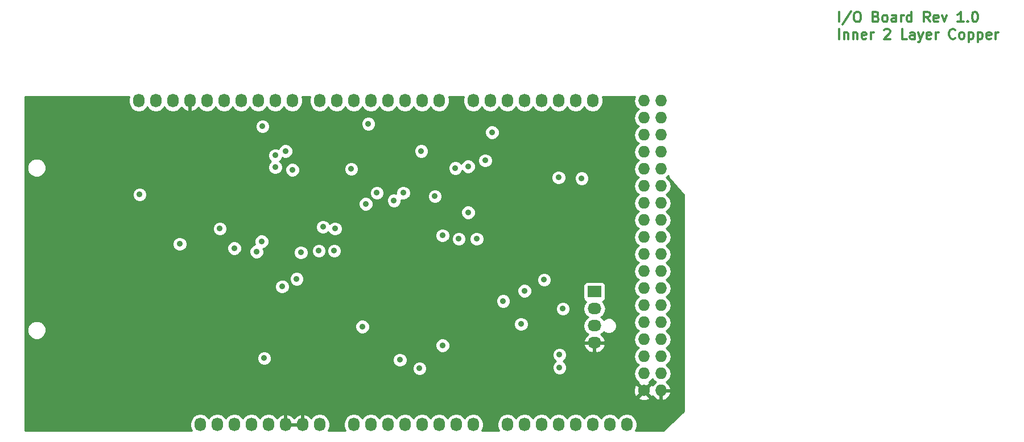
<source format=gbr>
G04 #@! TF.FileFunction,Copper,L3,Inr,Plane*
%FSLAX46Y46*%
G04 Gerber Fmt 4.6, Leading zero omitted, Abs format (unit mm)*
G04 Created by KiCad (PCBNEW 4.0.6) date 11/29/17 13:30:51*
%MOMM*%
%LPD*%
G01*
G04 APERTURE LIST*
%ADD10C,0.100000*%
%ADD11C,0.300000*%
%ADD12C,1.727200*%
%ADD13O,1.727200X1.727200*%
%ADD14O,1.727200X2.032000*%
%ADD15R,2.030000X1.730000*%
%ADD16O,2.030000X1.730000*%
%ADD17C,0.889000*%
%ADD18C,0.254000*%
G04 APERTURE END LIST*
D10*
D11*
X226417143Y-59093571D02*
X226417143Y-57593571D01*
X228202857Y-57522143D02*
X226917143Y-59450714D01*
X228988572Y-57593571D02*
X229274286Y-57593571D01*
X229417144Y-57665000D01*
X229560001Y-57807857D01*
X229631429Y-58093571D01*
X229631429Y-58593571D01*
X229560001Y-58879286D01*
X229417144Y-59022143D01*
X229274286Y-59093571D01*
X228988572Y-59093571D01*
X228845715Y-59022143D01*
X228702858Y-58879286D01*
X228631429Y-58593571D01*
X228631429Y-58093571D01*
X228702858Y-57807857D01*
X228845715Y-57665000D01*
X228988572Y-57593571D01*
X231917144Y-58307857D02*
X232131430Y-58379286D01*
X232202858Y-58450714D01*
X232274287Y-58593571D01*
X232274287Y-58807857D01*
X232202858Y-58950714D01*
X232131430Y-59022143D01*
X231988572Y-59093571D01*
X231417144Y-59093571D01*
X231417144Y-57593571D01*
X231917144Y-57593571D01*
X232060001Y-57665000D01*
X232131430Y-57736429D01*
X232202858Y-57879286D01*
X232202858Y-58022143D01*
X232131430Y-58165000D01*
X232060001Y-58236429D01*
X231917144Y-58307857D01*
X231417144Y-58307857D01*
X233131430Y-59093571D02*
X232988572Y-59022143D01*
X232917144Y-58950714D01*
X232845715Y-58807857D01*
X232845715Y-58379286D01*
X232917144Y-58236429D01*
X232988572Y-58165000D01*
X233131430Y-58093571D01*
X233345715Y-58093571D01*
X233488572Y-58165000D01*
X233560001Y-58236429D01*
X233631430Y-58379286D01*
X233631430Y-58807857D01*
X233560001Y-58950714D01*
X233488572Y-59022143D01*
X233345715Y-59093571D01*
X233131430Y-59093571D01*
X234917144Y-59093571D02*
X234917144Y-58307857D01*
X234845715Y-58165000D01*
X234702858Y-58093571D01*
X234417144Y-58093571D01*
X234274287Y-58165000D01*
X234917144Y-59022143D02*
X234774287Y-59093571D01*
X234417144Y-59093571D01*
X234274287Y-59022143D01*
X234202858Y-58879286D01*
X234202858Y-58736429D01*
X234274287Y-58593571D01*
X234417144Y-58522143D01*
X234774287Y-58522143D01*
X234917144Y-58450714D01*
X235631430Y-59093571D02*
X235631430Y-58093571D01*
X235631430Y-58379286D02*
X235702858Y-58236429D01*
X235774287Y-58165000D01*
X235917144Y-58093571D01*
X236060001Y-58093571D01*
X237202858Y-59093571D02*
X237202858Y-57593571D01*
X237202858Y-59022143D02*
X237060001Y-59093571D01*
X236774287Y-59093571D01*
X236631429Y-59022143D01*
X236560001Y-58950714D01*
X236488572Y-58807857D01*
X236488572Y-58379286D01*
X236560001Y-58236429D01*
X236631429Y-58165000D01*
X236774287Y-58093571D01*
X237060001Y-58093571D01*
X237202858Y-58165000D01*
X239917144Y-59093571D02*
X239417144Y-58379286D01*
X239060001Y-59093571D02*
X239060001Y-57593571D01*
X239631429Y-57593571D01*
X239774287Y-57665000D01*
X239845715Y-57736429D01*
X239917144Y-57879286D01*
X239917144Y-58093571D01*
X239845715Y-58236429D01*
X239774287Y-58307857D01*
X239631429Y-58379286D01*
X239060001Y-58379286D01*
X241131429Y-59022143D02*
X240988572Y-59093571D01*
X240702858Y-59093571D01*
X240560001Y-59022143D01*
X240488572Y-58879286D01*
X240488572Y-58307857D01*
X240560001Y-58165000D01*
X240702858Y-58093571D01*
X240988572Y-58093571D01*
X241131429Y-58165000D01*
X241202858Y-58307857D01*
X241202858Y-58450714D01*
X240488572Y-58593571D01*
X241702858Y-58093571D02*
X242060001Y-59093571D01*
X242417143Y-58093571D01*
X244917143Y-59093571D02*
X244060000Y-59093571D01*
X244488572Y-59093571D02*
X244488572Y-57593571D01*
X244345715Y-57807857D01*
X244202857Y-57950714D01*
X244060000Y-58022143D01*
X245560000Y-58950714D02*
X245631428Y-59022143D01*
X245560000Y-59093571D01*
X245488571Y-59022143D01*
X245560000Y-58950714D01*
X245560000Y-59093571D01*
X246560000Y-57593571D02*
X246702857Y-57593571D01*
X246845714Y-57665000D01*
X246917143Y-57736429D01*
X246988572Y-57879286D01*
X247060000Y-58165000D01*
X247060000Y-58522143D01*
X246988572Y-58807857D01*
X246917143Y-58950714D01*
X246845714Y-59022143D01*
X246702857Y-59093571D01*
X246560000Y-59093571D01*
X246417143Y-59022143D01*
X246345714Y-58950714D01*
X246274286Y-58807857D01*
X246202857Y-58522143D01*
X246202857Y-58165000D01*
X246274286Y-57879286D01*
X246345714Y-57736429D01*
X246417143Y-57665000D01*
X246560000Y-57593571D01*
X226417143Y-61643571D02*
X226417143Y-60143571D01*
X227131429Y-60643571D02*
X227131429Y-61643571D01*
X227131429Y-60786429D02*
X227202857Y-60715000D01*
X227345715Y-60643571D01*
X227560000Y-60643571D01*
X227702857Y-60715000D01*
X227774286Y-60857857D01*
X227774286Y-61643571D01*
X228488572Y-60643571D02*
X228488572Y-61643571D01*
X228488572Y-60786429D02*
X228560000Y-60715000D01*
X228702858Y-60643571D01*
X228917143Y-60643571D01*
X229060000Y-60715000D01*
X229131429Y-60857857D01*
X229131429Y-61643571D01*
X230417143Y-61572143D02*
X230274286Y-61643571D01*
X229988572Y-61643571D01*
X229845715Y-61572143D01*
X229774286Y-61429286D01*
X229774286Y-60857857D01*
X229845715Y-60715000D01*
X229988572Y-60643571D01*
X230274286Y-60643571D01*
X230417143Y-60715000D01*
X230488572Y-60857857D01*
X230488572Y-61000714D01*
X229774286Y-61143571D01*
X231131429Y-61643571D02*
X231131429Y-60643571D01*
X231131429Y-60929286D02*
X231202857Y-60786429D01*
X231274286Y-60715000D01*
X231417143Y-60643571D01*
X231560000Y-60643571D01*
X233131428Y-60286429D02*
X233202857Y-60215000D01*
X233345714Y-60143571D01*
X233702857Y-60143571D01*
X233845714Y-60215000D01*
X233917143Y-60286429D01*
X233988571Y-60429286D01*
X233988571Y-60572143D01*
X233917143Y-60786429D01*
X233060000Y-61643571D01*
X233988571Y-61643571D01*
X236488571Y-61643571D02*
X235774285Y-61643571D01*
X235774285Y-60143571D01*
X237631428Y-61643571D02*
X237631428Y-60857857D01*
X237559999Y-60715000D01*
X237417142Y-60643571D01*
X237131428Y-60643571D01*
X236988571Y-60715000D01*
X237631428Y-61572143D02*
X237488571Y-61643571D01*
X237131428Y-61643571D01*
X236988571Y-61572143D01*
X236917142Y-61429286D01*
X236917142Y-61286429D01*
X236988571Y-61143571D01*
X237131428Y-61072143D01*
X237488571Y-61072143D01*
X237631428Y-61000714D01*
X238202857Y-60643571D02*
X238560000Y-61643571D01*
X238917142Y-60643571D02*
X238560000Y-61643571D01*
X238417142Y-62000714D01*
X238345714Y-62072143D01*
X238202857Y-62143571D01*
X240059999Y-61572143D02*
X239917142Y-61643571D01*
X239631428Y-61643571D01*
X239488571Y-61572143D01*
X239417142Y-61429286D01*
X239417142Y-60857857D01*
X239488571Y-60715000D01*
X239631428Y-60643571D01*
X239917142Y-60643571D01*
X240059999Y-60715000D01*
X240131428Y-60857857D01*
X240131428Y-61000714D01*
X239417142Y-61143571D01*
X240774285Y-61643571D02*
X240774285Y-60643571D01*
X240774285Y-60929286D02*
X240845713Y-60786429D01*
X240917142Y-60715000D01*
X241059999Y-60643571D01*
X241202856Y-60643571D01*
X243702856Y-61500714D02*
X243631427Y-61572143D01*
X243417141Y-61643571D01*
X243274284Y-61643571D01*
X243059999Y-61572143D01*
X242917141Y-61429286D01*
X242845713Y-61286429D01*
X242774284Y-61000714D01*
X242774284Y-60786429D01*
X242845713Y-60500714D01*
X242917141Y-60357857D01*
X243059999Y-60215000D01*
X243274284Y-60143571D01*
X243417141Y-60143571D01*
X243631427Y-60215000D01*
X243702856Y-60286429D01*
X244559999Y-61643571D02*
X244417141Y-61572143D01*
X244345713Y-61500714D01*
X244274284Y-61357857D01*
X244274284Y-60929286D01*
X244345713Y-60786429D01*
X244417141Y-60715000D01*
X244559999Y-60643571D01*
X244774284Y-60643571D01*
X244917141Y-60715000D01*
X244988570Y-60786429D01*
X245059999Y-60929286D01*
X245059999Y-61357857D01*
X244988570Y-61500714D01*
X244917141Y-61572143D01*
X244774284Y-61643571D01*
X244559999Y-61643571D01*
X245702856Y-60643571D02*
X245702856Y-62143571D01*
X245702856Y-60715000D02*
X245845713Y-60643571D01*
X246131427Y-60643571D01*
X246274284Y-60715000D01*
X246345713Y-60786429D01*
X246417142Y-60929286D01*
X246417142Y-61357857D01*
X246345713Y-61500714D01*
X246274284Y-61572143D01*
X246131427Y-61643571D01*
X245845713Y-61643571D01*
X245702856Y-61572143D01*
X247059999Y-60643571D02*
X247059999Y-62143571D01*
X247059999Y-60715000D02*
X247202856Y-60643571D01*
X247488570Y-60643571D01*
X247631427Y-60715000D01*
X247702856Y-60786429D01*
X247774285Y-60929286D01*
X247774285Y-61357857D01*
X247702856Y-61500714D01*
X247631427Y-61572143D01*
X247488570Y-61643571D01*
X247202856Y-61643571D01*
X247059999Y-61572143D01*
X248988570Y-61572143D02*
X248845713Y-61643571D01*
X248559999Y-61643571D01*
X248417142Y-61572143D01*
X248345713Y-61429286D01*
X248345713Y-60857857D01*
X248417142Y-60715000D01*
X248559999Y-60643571D01*
X248845713Y-60643571D01*
X248988570Y-60715000D01*
X249059999Y-60857857D01*
X249059999Y-61000714D01*
X248345713Y-61143571D01*
X249702856Y-61643571D02*
X249702856Y-60643571D01*
X249702856Y-60929286D02*
X249774284Y-60786429D01*
X249845713Y-60715000D01*
X249988570Y-60643571D01*
X250131427Y-60643571D01*
D12*
X197358000Y-114046000D03*
D13*
X199898000Y-114046000D03*
X197358000Y-111506000D03*
X199898000Y-111506000D03*
X197358000Y-108966000D03*
X199898000Y-108966000D03*
X197358000Y-106426000D03*
X199898000Y-106426000D03*
X197358000Y-103886000D03*
X199898000Y-103886000D03*
X197358000Y-101346000D03*
X199898000Y-101346000D03*
X197358000Y-98806000D03*
X199898000Y-98806000D03*
X197358000Y-96266000D03*
X199898000Y-96266000D03*
X197358000Y-93726000D03*
X199898000Y-93726000D03*
X197358000Y-91186000D03*
X199898000Y-91186000D03*
X197358000Y-88646000D03*
X199898000Y-88646000D03*
X197358000Y-86106000D03*
X199898000Y-86106000D03*
X197358000Y-83566000D03*
X199898000Y-83566000D03*
X197358000Y-81026000D03*
X199898000Y-81026000D03*
X197358000Y-78486000D03*
X199898000Y-78486000D03*
X197358000Y-75946000D03*
X199898000Y-75946000D03*
X197358000Y-73406000D03*
X199898000Y-73406000D03*
X197358000Y-70866000D03*
X199898000Y-70866000D03*
D14*
X131318000Y-119126000D03*
X133858000Y-119126000D03*
X136398000Y-119126000D03*
X138938000Y-119126000D03*
X141478000Y-119126000D03*
X144018000Y-119126000D03*
X146558000Y-119126000D03*
X149098000Y-119126000D03*
X154178000Y-119126000D03*
X156718000Y-119126000D03*
X159258000Y-119126000D03*
X161798000Y-119126000D03*
X164338000Y-119126000D03*
X166878000Y-119126000D03*
X169418000Y-119126000D03*
X171958000Y-119126000D03*
X177038000Y-119126000D03*
X179578000Y-119126000D03*
X182118000Y-119126000D03*
X184658000Y-119126000D03*
X187198000Y-119126000D03*
X189738000Y-119126000D03*
X192278000Y-119126000D03*
X194818000Y-119126000D03*
X122174000Y-70866000D03*
X124714000Y-70866000D03*
X127254000Y-70866000D03*
X129794000Y-70866000D03*
X132334000Y-70866000D03*
X134874000Y-70866000D03*
X137414000Y-70866000D03*
X139954000Y-70866000D03*
X142494000Y-70866000D03*
X145034000Y-70866000D03*
X149098000Y-70866000D03*
X151638000Y-70866000D03*
X154178000Y-70866000D03*
X156718000Y-70866000D03*
X159258000Y-70866000D03*
X161798000Y-70866000D03*
X164338000Y-70866000D03*
X166878000Y-70866000D03*
X171958000Y-70866000D03*
X174498000Y-70866000D03*
X177038000Y-70866000D03*
X179578000Y-70866000D03*
X182118000Y-70866000D03*
X184658000Y-70866000D03*
X187198000Y-70866000D03*
X189738000Y-70866000D03*
D15*
X189992000Y-99314000D03*
D16*
X189992000Y-101854000D03*
X189992000Y-104394000D03*
X189992000Y-106934000D03*
D17*
X179070000Y-90170000D03*
X128651000Y-94742000D03*
X111887000Y-104013000D03*
X110363000Y-81788000D03*
X155321000Y-78359000D03*
X150241000Y-84074000D03*
X162560000Y-87630000D03*
X182499000Y-104648000D03*
X173990000Y-110363000D03*
X143891000Y-92329000D03*
X151892000Y-95504000D03*
X128270000Y-87630000D03*
X155448000Y-104521000D03*
X164211000Y-78359000D03*
X169291000Y-80899000D03*
X174752000Y-75565000D03*
X149606000Y-89662000D03*
X153797000Y-81026000D03*
X140589000Y-74676000D03*
X156337000Y-74295000D03*
X182499000Y-97536000D03*
X179070000Y-104140000D03*
X148971000Y-93218000D03*
X151384000Y-89916000D03*
X167386000Y-107315000D03*
X142494000Y-78994000D03*
X145034000Y-81153000D03*
X163957000Y-110744000D03*
X179578000Y-99187000D03*
X185293000Y-101854000D03*
X176403000Y-100711000D03*
X166243000Y-85090000D03*
X157607000Y-84582000D03*
X184785000Y-108712000D03*
X184785000Y-110617000D03*
X184658000Y-82296000D03*
X169799000Y-91440000D03*
X188087000Y-82423000D03*
X172466000Y-91440000D03*
X173736000Y-79756000D03*
X171196000Y-80645000D03*
X160147000Y-85725000D03*
X161544000Y-84582000D03*
X151257000Y-93218000D03*
X167386000Y-90932000D03*
X134239000Y-89916000D03*
X139700000Y-93345000D03*
X122301000Y-84836000D03*
X140843000Y-109220000D03*
X161036000Y-109474000D03*
X145669000Y-97409000D03*
X143510000Y-98552000D03*
X140462000Y-91821000D03*
X146304000Y-93472000D03*
X136398000Y-92837000D03*
X128270000Y-92202000D03*
X171196000Y-87503000D03*
X142494000Y-80772000D03*
X155956000Y-86233000D03*
X144018000Y-78359000D03*
D18*
G36*
X120675400Y-70681255D02*
X120675400Y-71050745D01*
X120789474Y-71624234D01*
X121114330Y-72110415D01*
X121600511Y-72435271D01*
X122174000Y-72549345D01*
X122747489Y-72435271D01*
X123233670Y-72110415D01*
X123444000Y-71795634D01*
X123654330Y-72110415D01*
X124140511Y-72435271D01*
X124714000Y-72549345D01*
X125287489Y-72435271D01*
X125773670Y-72110415D01*
X125984000Y-71795634D01*
X126194330Y-72110415D01*
X126680511Y-72435271D01*
X127254000Y-72549345D01*
X127827489Y-72435271D01*
X128313670Y-72110415D01*
X128520461Y-71800931D01*
X128891964Y-72216732D01*
X129419209Y-72470709D01*
X129434974Y-72473358D01*
X129667000Y-72352217D01*
X129667000Y-70993000D01*
X129647000Y-70993000D01*
X129647000Y-70739000D01*
X129667000Y-70739000D01*
X129667000Y-70719000D01*
X129921000Y-70719000D01*
X129921000Y-70739000D01*
X129941000Y-70739000D01*
X129941000Y-70993000D01*
X129921000Y-70993000D01*
X129921000Y-72352217D01*
X130153026Y-72473358D01*
X130168791Y-72470709D01*
X130696036Y-72216732D01*
X131067539Y-71800931D01*
X131274330Y-72110415D01*
X131760511Y-72435271D01*
X132334000Y-72549345D01*
X132907489Y-72435271D01*
X133393670Y-72110415D01*
X133604000Y-71795634D01*
X133814330Y-72110415D01*
X134300511Y-72435271D01*
X134874000Y-72549345D01*
X135447489Y-72435271D01*
X135933670Y-72110415D01*
X136144000Y-71795634D01*
X136354330Y-72110415D01*
X136840511Y-72435271D01*
X137414000Y-72549345D01*
X137987489Y-72435271D01*
X138473670Y-72110415D01*
X138684000Y-71795634D01*
X138894330Y-72110415D01*
X139380511Y-72435271D01*
X139954000Y-72549345D01*
X140527489Y-72435271D01*
X141013670Y-72110415D01*
X141224000Y-71795634D01*
X141434330Y-72110415D01*
X141920511Y-72435271D01*
X142494000Y-72549345D01*
X143067489Y-72435271D01*
X143553670Y-72110415D01*
X143764000Y-71795634D01*
X143974330Y-72110415D01*
X144460511Y-72435271D01*
X145034000Y-72549345D01*
X145607489Y-72435271D01*
X146093670Y-72110415D01*
X146418526Y-71624234D01*
X146532600Y-71050745D01*
X146532600Y-70681255D01*
X146443039Y-70231000D01*
X147688961Y-70231000D01*
X147599400Y-70681255D01*
X147599400Y-71050745D01*
X147713474Y-71624234D01*
X148038330Y-72110415D01*
X148524511Y-72435271D01*
X149098000Y-72549345D01*
X149671489Y-72435271D01*
X150157670Y-72110415D01*
X150368000Y-71795634D01*
X150578330Y-72110415D01*
X151064511Y-72435271D01*
X151638000Y-72549345D01*
X152211489Y-72435271D01*
X152697670Y-72110415D01*
X152908000Y-71795634D01*
X153118330Y-72110415D01*
X153604511Y-72435271D01*
X154178000Y-72549345D01*
X154751489Y-72435271D01*
X155237670Y-72110415D01*
X155448000Y-71795634D01*
X155658330Y-72110415D01*
X156144511Y-72435271D01*
X156718000Y-72549345D01*
X157291489Y-72435271D01*
X157777670Y-72110415D01*
X157988000Y-71795634D01*
X158198330Y-72110415D01*
X158684511Y-72435271D01*
X159258000Y-72549345D01*
X159831489Y-72435271D01*
X160317670Y-72110415D01*
X160528000Y-71795634D01*
X160738330Y-72110415D01*
X161224511Y-72435271D01*
X161798000Y-72549345D01*
X162371489Y-72435271D01*
X162857670Y-72110415D01*
X163068000Y-71795634D01*
X163278330Y-72110415D01*
X163764511Y-72435271D01*
X164338000Y-72549345D01*
X164911489Y-72435271D01*
X165397670Y-72110415D01*
X165608000Y-71795634D01*
X165818330Y-72110415D01*
X166304511Y-72435271D01*
X166878000Y-72549345D01*
X167451489Y-72435271D01*
X167937670Y-72110415D01*
X168262526Y-71624234D01*
X168376600Y-71050745D01*
X168376600Y-70681255D01*
X168287039Y-70231000D01*
X170548961Y-70231000D01*
X170459400Y-70681255D01*
X170459400Y-71050745D01*
X170573474Y-71624234D01*
X170898330Y-72110415D01*
X171384511Y-72435271D01*
X171958000Y-72549345D01*
X172531489Y-72435271D01*
X173017670Y-72110415D01*
X173228000Y-71795634D01*
X173438330Y-72110415D01*
X173924511Y-72435271D01*
X174498000Y-72549345D01*
X175071489Y-72435271D01*
X175557670Y-72110415D01*
X175768000Y-71795634D01*
X175978330Y-72110415D01*
X176464511Y-72435271D01*
X177038000Y-72549345D01*
X177611489Y-72435271D01*
X178097670Y-72110415D01*
X178308000Y-71795634D01*
X178518330Y-72110415D01*
X179004511Y-72435271D01*
X179578000Y-72549345D01*
X180151489Y-72435271D01*
X180637670Y-72110415D01*
X180848000Y-71795634D01*
X181058330Y-72110415D01*
X181544511Y-72435271D01*
X182118000Y-72549345D01*
X182691489Y-72435271D01*
X183177670Y-72110415D01*
X183388000Y-71795634D01*
X183598330Y-72110415D01*
X184084511Y-72435271D01*
X184658000Y-72549345D01*
X185231489Y-72435271D01*
X185717670Y-72110415D01*
X185928000Y-71795634D01*
X186138330Y-72110415D01*
X186624511Y-72435271D01*
X187198000Y-72549345D01*
X187771489Y-72435271D01*
X188257670Y-72110415D01*
X188468000Y-71795634D01*
X188678330Y-72110415D01*
X189164511Y-72435271D01*
X189738000Y-72549345D01*
X190311489Y-72435271D01*
X190797670Y-72110415D01*
X191122526Y-71624234D01*
X191236600Y-71050745D01*
X191236600Y-70681255D01*
X191147039Y-70231000D01*
X195994957Y-70231000D01*
X195973474Y-70263152D01*
X195859400Y-70836641D01*
X195859400Y-70895359D01*
X195973474Y-71468848D01*
X196298330Y-71955029D01*
X196569172Y-72136000D01*
X196298330Y-72316971D01*
X195973474Y-72803152D01*
X195859400Y-73376641D01*
X195859400Y-73435359D01*
X195973474Y-74008848D01*
X196298330Y-74495029D01*
X196569172Y-74676000D01*
X196298330Y-74856971D01*
X195973474Y-75343152D01*
X195859400Y-75916641D01*
X195859400Y-75975359D01*
X195973474Y-76548848D01*
X196298330Y-77035029D01*
X196569172Y-77216000D01*
X196298330Y-77396971D01*
X195973474Y-77883152D01*
X195859400Y-78456641D01*
X195859400Y-78515359D01*
X195973474Y-79088848D01*
X196298330Y-79575029D01*
X196569172Y-79756000D01*
X196298330Y-79936971D01*
X195973474Y-80423152D01*
X195859400Y-80996641D01*
X195859400Y-81055359D01*
X195973474Y-81628848D01*
X196298330Y-82115029D01*
X196569172Y-82296000D01*
X196298330Y-82476971D01*
X195973474Y-82963152D01*
X195859400Y-83536641D01*
X195859400Y-83595359D01*
X195973474Y-84168848D01*
X196298330Y-84655029D01*
X196569172Y-84836000D01*
X196298330Y-85016971D01*
X195973474Y-85503152D01*
X195859400Y-86076641D01*
X195859400Y-86135359D01*
X195973474Y-86708848D01*
X196298330Y-87195029D01*
X196569172Y-87376000D01*
X196298330Y-87556971D01*
X195973474Y-88043152D01*
X195859400Y-88616641D01*
X195859400Y-88675359D01*
X195973474Y-89248848D01*
X196298330Y-89735029D01*
X196569172Y-89916000D01*
X196298330Y-90096971D01*
X195973474Y-90583152D01*
X195859400Y-91156641D01*
X195859400Y-91215359D01*
X195973474Y-91788848D01*
X196298330Y-92275029D01*
X196569172Y-92456000D01*
X196298330Y-92636971D01*
X195973474Y-93123152D01*
X195859400Y-93696641D01*
X195859400Y-93755359D01*
X195973474Y-94328848D01*
X196298330Y-94815029D01*
X196569172Y-94996000D01*
X196298330Y-95176971D01*
X195973474Y-95663152D01*
X195859400Y-96236641D01*
X195859400Y-96295359D01*
X195973474Y-96868848D01*
X196298330Y-97355029D01*
X196569172Y-97536000D01*
X196298330Y-97716971D01*
X195973474Y-98203152D01*
X195859400Y-98776641D01*
X195859400Y-98835359D01*
X195973474Y-99408848D01*
X196298330Y-99895029D01*
X196569172Y-100076000D01*
X196298330Y-100256971D01*
X195973474Y-100743152D01*
X195859400Y-101316641D01*
X195859400Y-101375359D01*
X195973474Y-101948848D01*
X196298330Y-102435029D01*
X196569172Y-102616000D01*
X196298330Y-102796971D01*
X195973474Y-103283152D01*
X195859400Y-103856641D01*
X195859400Y-103915359D01*
X195973474Y-104488848D01*
X196298330Y-104975029D01*
X196569172Y-105156000D01*
X196298330Y-105336971D01*
X195973474Y-105823152D01*
X195859400Y-106396641D01*
X195859400Y-106455359D01*
X195973474Y-107028848D01*
X196298330Y-107515029D01*
X196569172Y-107696000D01*
X196298330Y-107876971D01*
X195973474Y-108363152D01*
X195859400Y-108936641D01*
X195859400Y-108995359D01*
X195973474Y-109568848D01*
X196298330Y-110055029D01*
X196569172Y-110236000D01*
X196298330Y-110416971D01*
X195973474Y-110903152D01*
X195859400Y-111476641D01*
X195859400Y-111535359D01*
X195973474Y-112108848D01*
X196298330Y-112595029D01*
X196556620Y-112767613D01*
X196483800Y-112992195D01*
X197358000Y-113866395D01*
X198232200Y-112992195D01*
X198159380Y-112767613D01*
X198417670Y-112595029D01*
X198628000Y-112280248D01*
X198838330Y-112595029D01*
X199109161Y-112775992D01*
X198691179Y-113157510D01*
X198648510Y-113248551D01*
X198411805Y-113171800D01*
X197537605Y-114046000D01*
X198411805Y-114920200D01*
X198648510Y-114843449D01*
X198691179Y-114934490D01*
X199123053Y-115328688D01*
X199538974Y-115500958D01*
X199771000Y-115379817D01*
X199771000Y-114173000D01*
X200025000Y-114173000D01*
X200025000Y-115379817D01*
X200257026Y-115500958D01*
X200672947Y-115328688D01*
X201104821Y-114934490D01*
X201352968Y-114405027D01*
X201232469Y-114173000D01*
X200025000Y-114173000D01*
X199771000Y-114173000D01*
X199751000Y-114173000D01*
X199751000Y-113919000D01*
X199771000Y-113919000D01*
X199771000Y-113899000D01*
X200025000Y-113899000D01*
X200025000Y-113919000D01*
X201232469Y-113919000D01*
X201352968Y-113686973D01*
X201104821Y-113157510D01*
X200686839Y-112775992D01*
X200957670Y-112595029D01*
X201282526Y-112108848D01*
X201396600Y-111535359D01*
X201396600Y-111476641D01*
X201282526Y-110903152D01*
X200957670Y-110416971D01*
X200686828Y-110236000D01*
X200957670Y-110055029D01*
X201282526Y-109568848D01*
X201396600Y-108995359D01*
X201396600Y-108936641D01*
X201282526Y-108363152D01*
X200957670Y-107876971D01*
X200686828Y-107696000D01*
X200957670Y-107515029D01*
X201282526Y-107028848D01*
X201396600Y-106455359D01*
X201396600Y-106396641D01*
X201282526Y-105823152D01*
X200957670Y-105336971D01*
X200686828Y-105156000D01*
X200957670Y-104975029D01*
X201282526Y-104488848D01*
X201396600Y-103915359D01*
X201396600Y-103856641D01*
X201282526Y-103283152D01*
X200957670Y-102796971D01*
X200686828Y-102616000D01*
X200957670Y-102435029D01*
X201282526Y-101948848D01*
X201396600Y-101375359D01*
X201396600Y-101316641D01*
X201282526Y-100743152D01*
X200957670Y-100256971D01*
X200686828Y-100076000D01*
X200957670Y-99895029D01*
X201282526Y-99408848D01*
X201396600Y-98835359D01*
X201396600Y-98776641D01*
X201282526Y-98203152D01*
X200957670Y-97716971D01*
X200686828Y-97536000D01*
X200957670Y-97355029D01*
X201282526Y-96868848D01*
X201396600Y-96295359D01*
X201396600Y-96236641D01*
X201282526Y-95663152D01*
X200957670Y-95176971D01*
X200686828Y-94996000D01*
X200957670Y-94815029D01*
X201282526Y-94328848D01*
X201396600Y-93755359D01*
X201396600Y-93696641D01*
X201282526Y-93123152D01*
X200957670Y-92636971D01*
X200686828Y-92456000D01*
X200957670Y-92275029D01*
X201282526Y-91788848D01*
X201396600Y-91215359D01*
X201396600Y-91156641D01*
X201282526Y-90583152D01*
X200957670Y-90096971D01*
X200686828Y-89916000D01*
X200957670Y-89735029D01*
X201282526Y-89248848D01*
X201396600Y-88675359D01*
X201396600Y-88616641D01*
X201282526Y-88043152D01*
X200957670Y-87556971D01*
X200686828Y-87376000D01*
X200957670Y-87195029D01*
X201282526Y-86708848D01*
X201396600Y-86135359D01*
X201396600Y-86076641D01*
X201282526Y-85503152D01*
X200957670Y-85016971D01*
X200686828Y-84836000D01*
X200957670Y-84655029D01*
X201282526Y-84168848D01*
X201396600Y-83595359D01*
X201396600Y-83536641D01*
X201282526Y-82963152D01*
X200957670Y-82476971D01*
X200686828Y-82296000D01*
X200957670Y-82115029D01*
X201041000Y-81990317D01*
X201041000Y-82296000D01*
X201051006Y-82345410D01*
X201073602Y-82380959D01*
X203327000Y-84884735D01*
X203327000Y-117165270D01*
X200229467Y-120015000D01*
X196115151Y-120015000D01*
X196202526Y-119884234D01*
X196316600Y-119310745D01*
X196316600Y-118941255D01*
X196202526Y-118367766D01*
X195877670Y-117881585D01*
X195391489Y-117556729D01*
X194818000Y-117442655D01*
X194244511Y-117556729D01*
X193758330Y-117881585D01*
X193548000Y-118196366D01*
X193337670Y-117881585D01*
X192851489Y-117556729D01*
X192278000Y-117442655D01*
X191704511Y-117556729D01*
X191218330Y-117881585D01*
X191008000Y-118196366D01*
X190797670Y-117881585D01*
X190311489Y-117556729D01*
X189738000Y-117442655D01*
X189164511Y-117556729D01*
X188678330Y-117881585D01*
X188468000Y-118196366D01*
X188257670Y-117881585D01*
X187771489Y-117556729D01*
X187198000Y-117442655D01*
X186624511Y-117556729D01*
X186138330Y-117881585D01*
X185928000Y-118196366D01*
X185717670Y-117881585D01*
X185231489Y-117556729D01*
X184658000Y-117442655D01*
X184084511Y-117556729D01*
X183598330Y-117881585D01*
X183388000Y-118196366D01*
X183177670Y-117881585D01*
X182691489Y-117556729D01*
X182118000Y-117442655D01*
X181544511Y-117556729D01*
X181058330Y-117881585D01*
X180848000Y-118196366D01*
X180637670Y-117881585D01*
X180151489Y-117556729D01*
X179578000Y-117442655D01*
X179004511Y-117556729D01*
X178518330Y-117881585D01*
X178308000Y-118196366D01*
X178097670Y-117881585D01*
X177611489Y-117556729D01*
X177038000Y-117442655D01*
X176464511Y-117556729D01*
X175978330Y-117881585D01*
X175653474Y-118367766D01*
X175539400Y-118941255D01*
X175539400Y-119310745D01*
X175653474Y-119884234D01*
X175740849Y-120015000D01*
X173255151Y-120015000D01*
X173342526Y-119884234D01*
X173456600Y-119310745D01*
X173456600Y-118941255D01*
X173342526Y-118367766D01*
X173017670Y-117881585D01*
X172531489Y-117556729D01*
X171958000Y-117442655D01*
X171384511Y-117556729D01*
X170898330Y-117881585D01*
X170688000Y-118196366D01*
X170477670Y-117881585D01*
X169991489Y-117556729D01*
X169418000Y-117442655D01*
X168844511Y-117556729D01*
X168358330Y-117881585D01*
X168148000Y-118196366D01*
X167937670Y-117881585D01*
X167451489Y-117556729D01*
X166878000Y-117442655D01*
X166304511Y-117556729D01*
X165818330Y-117881585D01*
X165608000Y-118196366D01*
X165397670Y-117881585D01*
X164911489Y-117556729D01*
X164338000Y-117442655D01*
X163764511Y-117556729D01*
X163278330Y-117881585D01*
X163068000Y-118196366D01*
X162857670Y-117881585D01*
X162371489Y-117556729D01*
X161798000Y-117442655D01*
X161224511Y-117556729D01*
X160738330Y-117881585D01*
X160528000Y-118196366D01*
X160317670Y-117881585D01*
X159831489Y-117556729D01*
X159258000Y-117442655D01*
X158684511Y-117556729D01*
X158198330Y-117881585D01*
X157988000Y-118196366D01*
X157777670Y-117881585D01*
X157291489Y-117556729D01*
X156718000Y-117442655D01*
X156144511Y-117556729D01*
X155658330Y-117881585D01*
X155448000Y-118196366D01*
X155237670Y-117881585D01*
X154751489Y-117556729D01*
X154178000Y-117442655D01*
X153604511Y-117556729D01*
X153118330Y-117881585D01*
X152793474Y-118367766D01*
X152679400Y-118941255D01*
X152679400Y-119310745D01*
X152793474Y-119884234D01*
X152880849Y-120015000D01*
X150395151Y-120015000D01*
X150482526Y-119884234D01*
X150596600Y-119310745D01*
X150596600Y-118941255D01*
X150482526Y-118367766D01*
X150157670Y-117881585D01*
X149671489Y-117556729D01*
X149098000Y-117442655D01*
X148524511Y-117556729D01*
X148038330Y-117881585D01*
X147831539Y-118191069D01*
X147460036Y-117775268D01*
X146932791Y-117521291D01*
X146917026Y-117518642D01*
X146685000Y-117639783D01*
X146685000Y-118999000D01*
X146705000Y-118999000D01*
X146705000Y-119253000D01*
X146685000Y-119253000D01*
X146685000Y-119273000D01*
X146431000Y-119273000D01*
X146431000Y-119253000D01*
X144145000Y-119253000D01*
X144145000Y-119273000D01*
X143891000Y-119273000D01*
X143891000Y-119253000D01*
X143871000Y-119253000D01*
X143871000Y-118999000D01*
X143891000Y-118999000D01*
X143891000Y-117639783D01*
X144145000Y-117639783D01*
X144145000Y-118999000D01*
X146431000Y-118999000D01*
X146431000Y-117639783D01*
X146198974Y-117518642D01*
X146183209Y-117521291D01*
X145655964Y-117775268D01*
X145288000Y-118187108D01*
X144920036Y-117775268D01*
X144392791Y-117521291D01*
X144377026Y-117518642D01*
X144145000Y-117639783D01*
X143891000Y-117639783D01*
X143658974Y-117518642D01*
X143643209Y-117521291D01*
X143115964Y-117775268D01*
X142744461Y-118191069D01*
X142537670Y-117881585D01*
X142051489Y-117556729D01*
X141478000Y-117442655D01*
X140904511Y-117556729D01*
X140418330Y-117881585D01*
X140208000Y-118196366D01*
X139997670Y-117881585D01*
X139511489Y-117556729D01*
X138938000Y-117442655D01*
X138364511Y-117556729D01*
X137878330Y-117881585D01*
X137668000Y-118196366D01*
X137457670Y-117881585D01*
X136971489Y-117556729D01*
X136398000Y-117442655D01*
X135824511Y-117556729D01*
X135338330Y-117881585D01*
X135128000Y-118196366D01*
X134917670Y-117881585D01*
X134431489Y-117556729D01*
X133858000Y-117442655D01*
X133284511Y-117556729D01*
X132798330Y-117881585D01*
X132588000Y-118196366D01*
X132377670Y-117881585D01*
X131891489Y-117556729D01*
X131318000Y-117442655D01*
X130744511Y-117556729D01*
X130258330Y-117881585D01*
X129933474Y-118367766D01*
X129819400Y-118941255D01*
X129819400Y-119310745D01*
X129933474Y-119884234D01*
X130020849Y-120015000D01*
X105283000Y-120015000D01*
X105283000Y-115099805D01*
X196483800Y-115099805D01*
X196565741Y-115352516D01*
X197126030Y-115556248D01*
X197721635Y-115530058D01*
X198150259Y-115352516D01*
X198232200Y-115099805D01*
X197358000Y-114225605D01*
X196483800Y-115099805D01*
X105283000Y-115099805D01*
X105283000Y-113814030D01*
X195847752Y-113814030D01*
X195873942Y-114409635D01*
X196051484Y-114838259D01*
X196304195Y-114920200D01*
X197178395Y-114046000D01*
X196304195Y-113171800D01*
X196051484Y-113253741D01*
X195847752Y-113814030D01*
X105283000Y-113814030D01*
X105283000Y-110957784D01*
X162877313Y-110957784D01*
X163041311Y-111354689D01*
X163344714Y-111658622D01*
X163741332Y-111823313D01*
X164170784Y-111823687D01*
X164567689Y-111659689D01*
X164871622Y-111356286D01*
X165036313Y-110959668D01*
X165036687Y-110530216D01*
X164872689Y-110133311D01*
X164569286Y-109829378D01*
X164172668Y-109664687D01*
X163743216Y-109664313D01*
X163346311Y-109828311D01*
X163042378Y-110131714D01*
X162877687Y-110528332D01*
X162877313Y-110957784D01*
X105283000Y-110957784D01*
X105283000Y-109433784D01*
X139763313Y-109433784D01*
X139927311Y-109830689D01*
X140230714Y-110134622D01*
X140627332Y-110299313D01*
X141056784Y-110299687D01*
X141453689Y-110135689D01*
X141757622Y-109832286D01*
X141817624Y-109687784D01*
X159956313Y-109687784D01*
X160120311Y-110084689D01*
X160423714Y-110388622D01*
X160820332Y-110553313D01*
X161249784Y-110553687D01*
X161646689Y-110389689D01*
X161950622Y-110086286D01*
X162115313Y-109689668D01*
X162115687Y-109260216D01*
X161977503Y-108925784D01*
X183705313Y-108925784D01*
X183869311Y-109322689D01*
X184172714Y-109626622D01*
X184263668Y-109664389D01*
X184174311Y-109701311D01*
X183870378Y-110004714D01*
X183705687Y-110401332D01*
X183705313Y-110830784D01*
X183869311Y-111227689D01*
X184172714Y-111531622D01*
X184569332Y-111696313D01*
X184998784Y-111696687D01*
X185395689Y-111532689D01*
X185699622Y-111229286D01*
X185864313Y-110832668D01*
X185864687Y-110403216D01*
X185700689Y-110006311D01*
X185397286Y-109702378D01*
X185306332Y-109664611D01*
X185395689Y-109627689D01*
X185699622Y-109324286D01*
X185864313Y-108927668D01*
X185864687Y-108498216D01*
X185700689Y-108101311D01*
X185397286Y-107797378D01*
X185000668Y-107632687D01*
X184571216Y-107632313D01*
X184174311Y-107796311D01*
X183870378Y-108099714D01*
X183705687Y-108496332D01*
X183705313Y-108925784D01*
X161977503Y-108925784D01*
X161951689Y-108863311D01*
X161648286Y-108559378D01*
X161251668Y-108394687D01*
X160822216Y-108394313D01*
X160425311Y-108558311D01*
X160121378Y-108861714D01*
X159956687Y-109258332D01*
X159956313Y-109687784D01*
X141817624Y-109687784D01*
X141922313Y-109435668D01*
X141922687Y-109006216D01*
X141758689Y-108609311D01*
X141455286Y-108305378D01*
X141058668Y-108140687D01*
X140629216Y-108140313D01*
X140232311Y-108304311D01*
X139928378Y-108607714D01*
X139763687Y-109004332D01*
X139763313Y-109433784D01*
X105283000Y-109433784D01*
X105283000Y-107528784D01*
X166306313Y-107528784D01*
X166470311Y-107925689D01*
X166773714Y-108229622D01*
X167170332Y-108394313D01*
X167599784Y-108394687D01*
X167996689Y-108230689D01*
X168300622Y-107927286D01*
X168465313Y-107530668D01*
X168465519Y-107293246D01*
X188385654Y-107293246D01*
X188387869Y-107306760D01*
X188641207Y-107834857D01*
X189077355Y-108225807D01*
X189629913Y-108420091D01*
X189865000Y-108276222D01*
X189865000Y-107061000D01*
X190119000Y-107061000D01*
X190119000Y-108276222D01*
X190354087Y-108420091D01*
X190906645Y-108225807D01*
X191342793Y-107834857D01*
X191596131Y-107306760D01*
X191598346Y-107293246D01*
X191477224Y-107061000D01*
X190119000Y-107061000D01*
X189865000Y-107061000D01*
X188506776Y-107061000D01*
X188385654Y-107293246D01*
X168465519Y-107293246D01*
X168465687Y-107101216D01*
X168301689Y-106704311D01*
X167998286Y-106400378D01*
X167601668Y-106235687D01*
X167172216Y-106235313D01*
X166775311Y-106399311D01*
X166471378Y-106702714D01*
X166306687Y-107099332D01*
X166306313Y-107528784D01*
X105283000Y-107528784D01*
X105283000Y-105319285D01*
X105590760Y-105319285D01*
X105801169Y-105828515D01*
X106190436Y-106218461D01*
X106699298Y-106429759D01*
X107250285Y-106430240D01*
X107759515Y-106219831D01*
X108149461Y-105830564D01*
X108360759Y-105321702D01*
X108361240Y-104770715D01*
X108346394Y-104734784D01*
X154368313Y-104734784D01*
X154532311Y-105131689D01*
X154835714Y-105435622D01*
X155232332Y-105600313D01*
X155661784Y-105600687D01*
X156058689Y-105436689D01*
X156362622Y-105133286D01*
X156527313Y-104736668D01*
X156527646Y-104353784D01*
X177990313Y-104353784D01*
X178154311Y-104750689D01*
X178457714Y-105054622D01*
X178854332Y-105219313D01*
X179283784Y-105219687D01*
X179680689Y-105055689D01*
X179984622Y-104752286D01*
X180149313Y-104355668D01*
X180149687Y-103926216D01*
X179985689Y-103529311D01*
X179682286Y-103225378D01*
X179285668Y-103060687D01*
X178856216Y-103060313D01*
X178459311Y-103224311D01*
X178155378Y-103527714D01*
X177990687Y-103924332D01*
X177990313Y-104353784D01*
X156527646Y-104353784D01*
X156527687Y-104307216D01*
X156363689Y-103910311D01*
X156060286Y-103606378D01*
X155663668Y-103441687D01*
X155234216Y-103441313D01*
X154837311Y-103605311D01*
X154533378Y-103908714D01*
X154368687Y-104305332D01*
X154368313Y-104734784D01*
X108346394Y-104734784D01*
X108150831Y-104261485D01*
X107761564Y-103871539D01*
X107252702Y-103660241D01*
X106701715Y-103659760D01*
X106192485Y-103870169D01*
X105802539Y-104259436D01*
X105591241Y-104768298D01*
X105590760Y-105319285D01*
X105283000Y-105319285D01*
X105283000Y-102067784D01*
X184213313Y-102067784D01*
X184377311Y-102464689D01*
X184680714Y-102768622D01*
X185077332Y-102933313D01*
X185506784Y-102933687D01*
X185903689Y-102769689D01*
X186207622Y-102466286D01*
X186372313Y-102069668D01*
X186372500Y-101854000D01*
X188309675Y-101854000D01*
X188423856Y-102428025D01*
X188749015Y-102914660D01*
X189062315Y-103124000D01*
X188749015Y-103333340D01*
X188423856Y-103819975D01*
X188309675Y-104394000D01*
X188423856Y-104968025D01*
X188749015Y-105454660D01*
X189056993Y-105660445D01*
X188641207Y-106033143D01*
X188387869Y-106561240D01*
X188385654Y-106574754D01*
X188506776Y-106807000D01*
X189865000Y-106807000D01*
X189865000Y-106787000D01*
X190119000Y-106787000D01*
X190119000Y-106807000D01*
X191477224Y-106807000D01*
X191598346Y-106574754D01*
X191596131Y-106561240D01*
X191342793Y-106033143D01*
X190927007Y-105660445D01*
X191234985Y-105454660D01*
X191355852Y-105273769D01*
X191479875Y-105398009D01*
X191915255Y-105578794D01*
X192386677Y-105579206D01*
X192822372Y-105399180D01*
X193156009Y-105066125D01*
X193336794Y-104630745D01*
X193337206Y-104159323D01*
X193157180Y-103723628D01*
X192824125Y-103389991D01*
X192388745Y-103209206D01*
X191917323Y-103208794D01*
X191481628Y-103388820D01*
X191355911Y-103514318D01*
X191234985Y-103333340D01*
X190921685Y-103124000D01*
X191234985Y-102914660D01*
X191560144Y-102428025D01*
X191674325Y-101854000D01*
X191560144Y-101279975D01*
X191234985Y-100793340D01*
X191223543Y-100785695D01*
X191242317Y-100782162D01*
X191458441Y-100643090D01*
X191603431Y-100430890D01*
X191654440Y-100179000D01*
X191654440Y-98449000D01*
X191610162Y-98213683D01*
X191471090Y-97997559D01*
X191258890Y-97852569D01*
X191007000Y-97801560D01*
X188977000Y-97801560D01*
X188741683Y-97845838D01*
X188525559Y-97984910D01*
X188380569Y-98197110D01*
X188329560Y-98449000D01*
X188329560Y-100179000D01*
X188373838Y-100414317D01*
X188512910Y-100630441D01*
X188725110Y-100775431D01*
X188764024Y-100783311D01*
X188749015Y-100793340D01*
X188423856Y-101279975D01*
X188309675Y-101854000D01*
X186372500Y-101854000D01*
X186372687Y-101640216D01*
X186208689Y-101243311D01*
X185905286Y-100939378D01*
X185508668Y-100774687D01*
X185079216Y-100774313D01*
X184682311Y-100938311D01*
X184378378Y-101241714D01*
X184213687Y-101638332D01*
X184213313Y-102067784D01*
X105283000Y-102067784D01*
X105283000Y-100924784D01*
X175323313Y-100924784D01*
X175487311Y-101321689D01*
X175790714Y-101625622D01*
X176187332Y-101790313D01*
X176616784Y-101790687D01*
X177013689Y-101626689D01*
X177317622Y-101323286D01*
X177482313Y-100926668D01*
X177482687Y-100497216D01*
X177318689Y-100100311D01*
X177015286Y-99796378D01*
X176618668Y-99631687D01*
X176189216Y-99631313D01*
X175792311Y-99795311D01*
X175488378Y-100098714D01*
X175323687Y-100495332D01*
X175323313Y-100924784D01*
X105283000Y-100924784D01*
X105283000Y-98765784D01*
X142430313Y-98765784D01*
X142594311Y-99162689D01*
X142897714Y-99466622D01*
X143294332Y-99631313D01*
X143723784Y-99631687D01*
X144120689Y-99467689D01*
X144187710Y-99400784D01*
X178498313Y-99400784D01*
X178662311Y-99797689D01*
X178965714Y-100101622D01*
X179362332Y-100266313D01*
X179791784Y-100266687D01*
X180188689Y-100102689D01*
X180492622Y-99799286D01*
X180657313Y-99402668D01*
X180657687Y-98973216D01*
X180493689Y-98576311D01*
X180190286Y-98272378D01*
X179793668Y-98107687D01*
X179364216Y-98107313D01*
X178967311Y-98271311D01*
X178663378Y-98574714D01*
X178498687Y-98971332D01*
X178498313Y-99400784D01*
X144187710Y-99400784D01*
X144424622Y-99164286D01*
X144589313Y-98767668D01*
X144589687Y-98338216D01*
X144425689Y-97941311D01*
X144122286Y-97637378D01*
X144087140Y-97622784D01*
X144589313Y-97622784D01*
X144753311Y-98019689D01*
X145056714Y-98323622D01*
X145453332Y-98488313D01*
X145882784Y-98488687D01*
X146279689Y-98324689D01*
X146583622Y-98021286D01*
X146696360Y-97749784D01*
X181419313Y-97749784D01*
X181583311Y-98146689D01*
X181886714Y-98450622D01*
X182283332Y-98615313D01*
X182712784Y-98615687D01*
X183109689Y-98451689D01*
X183413622Y-98148286D01*
X183578313Y-97751668D01*
X183578687Y-97322216D01*
X183414689Y-96925311D01*
X183111286Y-96621378D01*
X182714668Y-96456687D01*
X182285216Y-96456313D01*
X181888311Y-96620311D01*
X181584378Y-96923714D01*
X181419687Y-97320332D01*
X181419313Y-97749784D01*
X146696360Y-97749784D01*
X146748313Y-97624668D01*
X146748687Y-97195216D01*
X146584689Y-96798311D01*
X146281286Y-96494378D01*
X145884668Y-96329687D01*
X145455216Y-96329313D01*
X145058311Y-96493311D01*
X144754378Y-96796714D01*
X144589687Y-97193332D01*
X144589313Y-97622784D01*
X144087140Y-97622784D01*
X143725668Y-97472687D01*
X143296216Y-97472313D01*
X142899311Y-97636311D01*
X142595378Y-97939714D01*
X142430687Y-98336332D01*
X142430313Y-98765784D01*
X105283000Y-98765784D01*
X105283000Y-92415784D01*
X127190313Y-92415784D01*
X127354311Y-92812689D01*
X127657714Y-93116622D01*
X128054332Y-93281313D01*
X128483784Y-93281687D01*
X128880689Y-93117689D01*
X128947710Y-93050784D01*
X135318313Y-93050784D01*
X135482311Y-93447689D01*
X135785714Y-93751622D01*
X136182332Y-93916313D01*
X136611784Y-93916687D01*
X137008689Y-93752689D01*
X137202932Y-93558784D01*
X138620313Y-93558784D01*
X138784311Y-93955689D01*
X139087714Y-94259622D01*
X139484332Y-94424313D01*
X139913784Y-94424687D01*
X140310689Y-94260689D01*
X140614622Y-93957286D01*
X140727360Y-93685784D01*
X145224313Y-93685784D01*
X145388311Y-94082689D01*
X145691714Y-94386622D01*
X146088332Y-94551313D01*
X146517784Y-94551687D01*
X146914689Y-94387689D01*
X147218622Y-94084286D01*
X147383313Y-93687668D01*
X147383535Y-93431784D01*
X147891313Y-93431784D01*
X148055311Y-93828689D01*
X148358714Y-94132622D01*
X148755332Y-94297313D01*
X149184784Y-94297687D01*
X149581689Y-94133689D01*
X149885622Y-93830286D01*
X150050313Y-93433668D01*
X150050314Y-93431784D01*
X150177313Y-93431784D01*
X150341311Y-93828689D01*
X150644714Y-94132622D01*
X151041332Y-94297313D01*
X151470784Y-94297687D01*
X151867689Y-94133689D01*
X152171622Y-93830286D01*
X152336313Y-93433668D01*
X152336687Y-93004216D01*
X152172689Y-92607311D01*
X151869286Y-92303378D01*
X151472668Y-92138687D01*
X151043216Y-92138313D01*
X150646311Y-92302311D01*
X150342378Y-92605714D01*
X150177687Y-93002332D01*
X150177313Y-93431784D01*
X150050314Y-93431784D01*
X150050687Y-93004216D01*
X149886689Y-92607311D01*
X149583286Y-92303378D01*
X149186668Y-92138687D01*
X148757216Y-92138313D01*
X148360311Y-92302311D01*
X148056378Y-92605714D01*
X147891687Y-93002332D01*
X147891313Y-93431784D01*
X147383535Y-93431784D01*
X147383687Y-93258216D01*
X147219689Y-92861311D01*
X146916286Y-92557378D01*
X146519668Y-92392687D01*
X146090216Y-92392313D01*
X145693311Y-92556311D01*
X145389378Y-92859714D01*
X145224687Y-93256332D01*
X145224313Y-93685784D01*
X140727360Y-93685784D01*
X140779313Y-93560668D01*
X140779687Y-93131216D01*
X140683173Y-92897634D01*
X141072689Y-92736689D01*
X141376622Y-92433286D01*
X141541313Y-92036668D01*
X141541687Y-91607216D01*
X141377689Y-91210311D01*
X141313275Y-91145784D01*
X166306313Y-91145784D01*
X166470311Y-91542689D01*
X166773714Y-91846622D01*
X167170332Y-92011313D01*
X167599784Y-92011687D01*
X167996689Y-91847689D01*
X168190932Y-91653784D01*
X168719313Y-91653784D01*
X168883311Y-92050689D01*
X169186714Y-92354622D01*
X169583332Y-92519313D01*
X170012784Y-92519687D01*
X170409689Y-92355689D01*
X170713622Y-92052286D01*
X170878313Y-91655668D01*
X170878314Y-91653784D01*
X171386313Y-91653784D01*
X171550311Y-92050689D01*
X171853714Y-92354622D01*
X172250332Y-92519313D01*
X172679784Y-92519687D01*
X173076689Y-92355689D01*
X173380622Y-92052286D01*
X173545313Y-91655668D01*
X173545687Y-91226216D01*
X173381689Y-90829311D01*
X173078286Y-90525378D01*
X172681668Y-90360687D01*
X172252216Y-90360313D01*
X171855311Y-90524311D01*
X171551378Y-90827714D01*
X171386687Y-91224332D01*
X171386313Y-91653784D01*
X170878314Y-91653784D01*
X170878687Y-91226216D01*
X170714689Y-90829311D01*
X170411286Y-90525378D01*
X170014668Y-90360687D01*
X169585216Y-90360313D01*
X169188311Y-90524311D01*
X168884378Y-90827714D01*
X168719687Y-91224332D01*
X168719313Y-91653784D01*
X168190932Y-91653784D01*
X168300622Y-91544286D01*
X168465313Y-91147668D01*
X168465687Y-90718216D01*
X168301689Y-90321311D01*
X167998286Y-90017378D01*
X167601668Y-89852687D01*
X167172216Y-89852313D01*
X166775311Y-90016311D01*
X166471378Y-90319714D01*
X166306687Y-90716332D01*
X166306313Y-91145784D01*
X141313275Y-91145784D01*
X141074286Y-90906378D01*
X140677668Y-90741687D01*
X140248216Y-90741313D01*
X139851311Y-90905311D01*
X139547378Y-91208714D01*
X139382687Y-91605332D01*
X139382313Y-92034784D01*
X139478827Y-92268366D01*
X139089311Y-92429311D01*
X138785378Y-92732714D01*
X138620687Y-93129332D01*
X138620313Y-93558784D01*
X137202932Y-93558784D01*
X137312622Y-93449286D01*
X137477313Y-93052668D01*
X137477687Y-92623216D01*
X137313689Y-92226311D01*
X137010286Y-91922378D01*
X136613668Y-91757687D01*
X136184216Y-91757313D01*
X135787311Y-91921311D01*
X135483378Y-92224714D01*
X135318687Y-92621332D01*
X135318313Y-93050784D01*
X128947710Y-93050784D01*
X129184622Y-92814286D01*
X129349313Y-92417668D01*
X129349687Y-91988216D01*
X129185689Y-91591311D01*
X128882286Y-91287378D01*
X128485668Y-91122687D01*
X128056216Y-91122313D01*
X127659311Y-91286311D01*
X127355378Y-91589714D01*
X127190687Y-91986332D01*
X127190313Y-92415784D01*
X105283000Y-92415784D01*
X105283000Y-90129784D01*
X133159313Y-90129784D01*
X133323311Y-90526689D01*
X133626714Y-90830622D01*
X134023332Y-90995313D01*
X134452784Y-90995687D01*
X134849689Y-90831689D01*
X135153622Y-90528286D01*
X135318313Y-90131668D01*
X135318535Y-89875784D01*
X148526313Y-89875784D01*
X148690311Y-90272689D01*
X148993714Y-90576622D01*
X149390332Y-90741313D01*
X149819784Y-90741687D01*
X150216689Y-90577689D01*
X150409751Y-90384964D01*
X150468311Y-90526689D01*
X150771714Y-90830622D01*
X151168332Y-90995313D01*
X151597784Y-90995687D01*
X151994689Y-90831689D01*
X152298622Y-90528286D01*
X152463313Y-90131668D01*
X152463687Y-89702216D01*
X152299689Y-89305311D01*
X151996286Y-89001378D01*
X151599668Y-88836687D01*
X151170216Y-88836313D01*
X150773311Y-89000311D01*
X150580249Y-89193036D01*
X150521689Y-89051311D01*
X150218286Y-88747378D01*
X149821668Y-88582687D01*
X149392216Y-88582313D01*
X148995311Y-88746311D01*
X148691378Y-89049714D01*
X148526687Y-89446332D01*
X148526313Y-89875784D01*
X135318535Y-89875784D01*
X135318687Y-89702216D01*
X135154689Y-89305311D01*
X134851286Y-89001378D01*
X134454668Y-88836687D01*
X134025216Y-88836313D01*
X133628311Y-89000311D01*
X133324378Y-89303714D01*
X133159687Y-89700332D01*
X133159313Y-90129784D01*
X105283000Y-90129784D01*
X105283000Y-87716784D01*
X170116313Y-87716784D01*
X170280311Y-88113689D01*
X170583714Y-88417622D01*
X170980332Y-88582313D01*
X171409784Y-88582687D01*
X171806689Y-88418689D01*
X172110622Y-88115286D01*
X172275313Y-87718668D01*
X172275687Y-87289216D01*
X172111689Y-86892311D01*
X171808286Y-86588378D01*
X171411668Y-86423687D01*
X170982216Y-86423313D01*
X170585311Y-86587311D01*
X170281378Y-86890714D01*
X170116687Y-87287332D01*
X170116313Y-87716784D01*
X105283000Y-87716784D01*
X105283000Y-86446784D01*
X154876313Y-86446784D01*
X155040311Y-86843689D01*
X155343714Y-87147622D01*
X155740332Y-87312313D01*
X156169784Y-87312687D01*
X156566689Y-87148689D01*
X156870622Y-86845286D01*
X157035313Y-86448668D01*
X157035687Y-86019216D01*
X157002454Y-85938784D01*
X159067313Y-85938784D01*
X159231311Y-86335689D01*
X159534714Y-86639622D01*
X159931332Y-86804313D01*
X160360784Y-86804687D01*
X160757689Y-86640689D01*
X161061622Y-86337286D01*
X161226313Y-85940668D01*
X161226593Y-85619067D01*
X161328332Y-85661313D01*
X161757784Y-85661687D01*
X162154689Y-85497689D01*
X162348932Y-85303784D01*
X165163313Y-85303784D01*
X165327311Y-85700689D01*
X165630714Y-86004622D01*
X166027332Y-86169313D01*
X166456784Y-86169687D01*
X166853689Y-86005689D01*
X167157622Y-85702286D01*
X167322313Y-85305668D01*
X167322687Y-84876216D01*
X167158689Y-84479311D01*
X166855286Y-84175378D01*
X166458668Y-84010687D01*
X166029216Y-84010313D01*
X165632311Y-84174311D01*
X165328378Y-84477714D01*
X165163687Y-84874332D01*
X165163313Y-85303784D01*
X162348932Y-85303784D01*
X162458622Y-85194286D01*
X162623313Y-84797668D01*
X162623687Y-84368216D01*
X162459689Y-83971311D01*
X162156286Y-83667378D01*
X161759668Y-83502687D01*
X161330216Y-83502313D01*
X160933311Y-83666311D01*
X160629378Y-83969714D01*
X160464687Y-84366332D01*
X160464407Y-84687933D01*
X160362668Y-84645687D01*
X159933216Y-84645313D01*
X159536311Y-84809311D01*
X159232378Y-85112714D01*
X159067687Y-85509332D01*
X159067313Y-85938784D01*
X157002454Y-85938784D01*
X156871689Y-85622311D01*
X156568286Y-85318378D01*
X156171668Y-85153687D01*
X155742216Y-85153313D01*
X155345311Y-85317311D01*
X155041378Y-85620714D01*
X154876687Y-86017332D01*
X154876313Y-86446784D01*
X105283000Y-86446784D01*
X105283000Y-85049784D01*
X121221313Y-85049784D01*
X121385311Y-85446689D01*
X121688714Y-85750622D01*
X122085332Y-85915313D01*
X122514784Y-85915687D01*
X122911689Y-85751689D01*
X123215622Y-85448286D01*
X123380313Y-85051668D01*
X123380535Y-84795784D01*
X156527313Y-84795784D01*
X156691311Y-85192689D01*
X156994714Y-85496622D01*
X157391332Y-85661313D01*
X157820784Y-85661687D01*
X158217689Y-85497689D01*
X158521622Y-85194286D01*
X158686313Y-84797668D01*
X158686687Y-84368216D01*
X158522689Y-83971311D01*
X158219286Y-83667378D01*
X157822668Y-83502687D01*
X157393216Y-83502313D01*
X156996311Y-83666311D01*
X156692378Y-83969714D01*
X156527687Y-84366332D01*
X156527313Y-84795784D01*
X123380535Y-84795784D01*
X123380687Y-84622216D01*
X123216689Y-84225311D01*
X122913286Y-83921378D01*
X122516668Y-83756687D01*
X122087216Y-83756313D01*
X121690311Y-83920311D01*
X121386378Y-84223714D01*
X121221687Y-84620332D01*
X121221313Y-85049784D01*
X105283000Y-85049784D01*
X105283000Y-82509784D01*
X183578313Y-82509784D01*
X183742311Y-82906689D01*
X184045714Y-83210622D01*
X184442332Y-83375313D01*
X184871784Y-83375687D01*
X185268689Y-83211689D01*
X185572622Y-82908286D01*
X185685360Y-82636784D01*
X187007313Y-82636784D01*
X187171311Y-83033689D01*
X187474714Y-83337622D01*
X187871332Y-83502313D01*
X188300784Y-83502687D01*
X188697689Y-83338689D01*
X189001622Y-83035286D01*
X189166313Y-82638668D01*
X189166687Y-82209216D01*
X189002689Y-81812311D01*
X188699286Y-81508378D01*
X188302668Y-81343687D01*
X187873216Y-81343313D01*
X187476311Y-81507311D01*
X187172378Y-81810714D01*
X187007687Y-82207332D01*
X187007313Y-82636784D01*
X185685360Y-82636784D01*
X185737313Y-82511668D01*
X185737687Y-82082216D01*
X185573689Y-81685311D01*
X185270286Y-81381378D01*
X184873668Y-81216687D01*
X184444216Y-81216313D01*
X184047311Y-81380311D01*
X183743378Y-81683714D01*
X183578687Y-82080332D01*
X183578313Y-82509784D01*
X105283000Y-82509784D01*
X105283000Y-81119285D01*
X105590760Y-81119285D01*
X105801169Y-81628515D01*
X106190436Y-82018461D01*
X106699298Y-82229759D01*
X107250285Y-82230240D01*
X107759515Y-82019831D01*
X108149461Y-81630564D01*
X108360759Y-81121702D01*
X108361240Y-80570715D01*
X108150831Y-80061485D01*
X107761564Y-79671539D01*
X107252702Y-79460241D01*
X106701715Y-79459760D01*
X106192485Y-79670169D01*
X105802539Y-80059436D01*
X105591241Y-80568298D01*
X105590760Y-81119285D01*
X105283000Y-81119285D01*
X105283000Y-79207784D01*
X141414313Y-79207784D01*
X141578311Y-79604689D01*
X141856356Y-79883219D01*
X141579378Y-80159714D01*
X141414687Y-80556332D01*
X141414313Y-80985784D01*
X141578311Y-81382689D01*
X141881714Y-81686622D01*
X142278332Y-81851313D01*
X142707784Y-81851687D01*
X143104689Y-81687689D01*
X143408622Y-81384286D01*
X143415889Y-81366784D01*
X143954313Y-81366784D01*
X144118311Y-81763689D01*
X144421714Y-82067622D01*
X144818332Y-82232313D01*
X145247784Y-82232687D01*
X145644689Y-82068689D01*
X145948622Y-81765286D01*
X146113313Y-81368668D01*
X146113425Y-81239784D01*
X152717313Y-81239784D01*
X152881311Y-81636689D01*
X153184714Y-81940622D01*
X153581332Y-82105313D01*
X154010784Y-82105687D01*
X154407689Y-81941689D01*
X154711622Y-81638286D01*
X154876313Y-81241668D01*
X154876425Y-81112784D01*
X168211313Y-81112784D01*
X168375311Y-81509689D01*
X168678714Y-81813622D01*
X169075332Y-81978313D01*
X169504784Y-81978687D01*
X169901689Y-81814689D01*
X170205622Y-81511286D01*
X170302518Y-81277935D01*
X170583714Y-81559622D01*
X170980332Y-81724313D01*
X171409784Y-81724687D01*
X171806689Y-81560689D01*
X172110622Y-81257286D01*
X172275313Y-80860668D01*
X172275687Y-80431216D01*
X172111689Y-80034311D01*
X172047275Y-79969784D01*
X172656313Y-79969784D01*
X172820311Y-80366689D01*
X173123714Y-80670622D01*
X173520332Y-80835313D01*
X173949784Y-80835687D01*
X174346689Y-80671689D01*
X174650622Y-80368286D01*
X174815313Y-79971668D01*
X174815687Y-79542216D01*
X174651689Y-79145311D01*
X174348286Y-78841378D01*
X173951668Y-78676687D01*
X173522216Y-78676313D01*
X173125311Y-78840311D01*
X172821378Y-79143714D01*
X172656687Y-79540332D01*
X172656313Y-79969784D01*
X172047275Y-79969784D01*
X171808286Y-79730378D01*
X171411668Y-79565687D01*
X170982216Y-79565313D01*
X170585311Y-79729311D01*
X170281378Y-80032714D01*
X170184482Y-80266065D01*
X169903286Y-79984378D01*
X169506668Y-79819687D01*
X169077216Y-79819313D01*
X168680311Y-79983311D01*
X168376378Y-80286714D01*
X168211687Y-80683332D01*
X168211313Y-81112784D01*
X154876425Y-81112784D01*
X154876687Y-80812216D01*
X154712689Y-80415311D01*
X154409286Y-80111378D01*
X154012668Y-79946687D01*
X153583216Y-79946313D01*
X153186311Y-80110311D01*
X152882378Y-80413714D01*
X152717687Y-80810332D01*
X152717313Y-81239784D01*
X146113425Y-81239784D01*
X146113687Y-80939216D01*
X145949689Y-80542311D01*
X145646286Y-80238378D01*
X145249668Y-80073687D01*
X144820216Y-80073313D01*
X144423311Y-80237311D01*
X144119378Y-80540714D01*
X143954687Y-80937332D01*
X143954313Y-81366784D01*
X143415889Y-81366784D01*
X143573313Y-80987668D01*
X143573687Y-80558216D01*
X143409689Y-80161311D01*
X143131644Y-79882781D01*
X143408622Y-79606286D01*
X143526014Y-79323575D01*
X143802332Y-79438313D01*
X144231784Y-79438687D01*
X144628689Y-79274689D01*
X144932622Y-78971286D01*
X145097313Y-78574668D01*
X145097314Y-78572784D01*
X163131313Y-78572784D01*
X163295311Y-78969689D01*
X163598714Y-79273622D01*
X163995332Y-79438313D01*
X164424784Y-79438687D01*
X164821689Y-79274689D01*
X165125622Y-78971286D01*
X165290313Y-78574668D01*
X165290687Y-78145216D01*
X165126689Y-77748311D01*
X164823286Y-77444378D01*
X164426668Y-77279687D01*
X163997216Y-77279313D01*
X163600311Y-77443311D01*
X163296378Y-77746714D01*
X163131687Y-78143332D01*
X163131313Y-78572784D01*
X145097314Y-78572784D01*
X145097687Y-78145216D01*
X144933689Y-77748311D01*
X144630286Y-77444378D01*
X144233668Y-77279687D01*
X143804216Y-77279313D01*
X143407311Y-77443311D01*
X143103378Y-77746714D01*
X142985986Y-78029425D01*
X142709668Y-77914687D01*
X142280216Y-77914313D01*
X141883311Y-78078311D01*
X141579378Y-78381714D01*
X141414687Y-78778332D01*
X141414313Y-79207784D01*
X105283000Y-79207784D01*
X105283000Y-75778784D01*
X173672313Y-75778784D01*
X173836311Y-76175689D01*
X174139714Y-76479622D01*
X174536332Y-76644313D01*
X174965784Y-76644687D01*
X175362689Y-76480689D01*
X175666622Y-76177286D01*
X175831313Y-75780668D01*
X175831687Y-75351216D01*
X175667689Y-74954311D01*
X175364286Y-74650378D01*
X174967668Y-74485687D01*
X174538216Y-74485313D01*
X174141311Y-74649311D01*
X173837378Y-74952714D01*
X173672687Y-75349332D01*
X173672313Y-75778784D01*
X105283000Y-75778784D01*
X105283000Y-74889784D01*
X139509313Y-74889784D01*
X139673311Y-75286689D01*
X139976714Y-75590622D01*
X140373332Y-75755313D01*
X140802784Y-75755687D01*
X141199689Y-75591689D01*
X141503622Y-75288286D01*
X141668313Y-74891668D01*
X141668646Y-74508784D01*
X155257313Y-74508784D01*
X155421311Y-74905689D01*
X155724714Y-75209622D01*
X156121332Y-75374313D01*
X156550784Y-75374687D01*
X156947689Y-75210689D01*
X157251622Y-74907286D01*
X157416313Y-74510668D01*
X157416687Y-74081216D01*
X157252689Y-73684311D01*
X156949286Y-73380378D01*
X156552668Y-73215687D01*
X156123216Y-73215313D01*
X155726311Y-73379311D01*
X155422378Y-73682714D01*
X155257687Y-74079332D01*
X155257313Y-74508784D01*
X141668646Y-74508784D01*
X141668687Y-74462216D01*
X141504689Y-74065311D01*
X141201286Y-73761378D01*
X140804668Y-73596687D01*
X140375216Y-73596313D01*
X139978311Y-73760311D01*
X139674378Y-74063714D01*
X139509687Y-74460332D01*
X139509313Y-74889784D01*
X105283000Y-74889784D01*
X105283000Y-70231000D01*
X120764961Y-70231000D01*
X120675400Y-70681255D01*
X120675400Y-70681255D01*
G37*
X120675400Y-70681255D02*
X120675400Y-71050745D01*
X120789474Y-71624234D01*
X121114330Y-72110415D01*
X121600511Y-72435271D01*
X122174000Y-72549345D01*
X122747489Y-72435271D01*
X123233670Y-72110415D01*
X123444000Y-71795634D01*
X123654330Y-72110415D01*
X124140511Y-72435271D01*
X124714000Y-72549345D01*
X125287489Y-72435271D01*
X125773670Y-72110415D01*
X125984000Y-71795634D01*
X126194330Y-72110415D01*
X126680511Y-72435271D01*
X127254000Y-72549345D01*
X127827489Y-72435271D01*
X128313670Y-72110415D01*
X128520461Y-71800931D01*
X128891964Y-72216732D01*
X129419209Y-72470709D01*
X129434974Y-72473358D01*
X129667000Y-72352217D01*
X129667000Y-70993000D01*
X129647000Y-70993000D01*
X129647000Y-70739000D01*
X129667000Y-70739000D01*
X129667000Y-70719000D01*
X129921000Y-70719000D01*
X129921000Y-70739000D01*
X129941000Y-70739000D01*
X129941000Y-70993000D01*
X129921000Y-70993000D01*
X129921000Y-72352217D01*
X130153026Y-72473358D01*
X130168791Y-72470709D01*
X130696036Y-72216732D01*
X131067539Y-71800931D01*
X131274330Y-72110415D01*
X131760511Y-72435271D01*
X132334000Y-72549345D01*
X132907489Y-72435271D01*
X133393670Y-72110415D01*
X133604000Y-71795634D01*
X133814330Y-72110415D01*
X134300511Y-72435271D01*
X134874000Y-72549345D01*
X135447489Y-72435271D01*
X135933670Y-72110415D01*
X136144000Y-71795634D01*
X136354330Y-72110415D01*
X136840511Y-72435271D01*
X137414000Y-72549345D01*
X137987489Y-72435271D01*
X138473670Y-72110415D01*
X138684000Y-71795634D01*
X138894330Y-72110415D01*
X139380511Y-72435271D01*
X139954000Y-72549345D01*
X140527489Y-72435271D01*
X141013670Y-72110415D01*
X141224000Y-71795634D01*
X141434330Y-72110415D01*
X141920511Y-72435271D01*
X142494000Y-72549345D01*
X143067489Y-72435271D01*
X143553670Y-72110415D01*
X143764000Y-71795634D01*
X143974330Y-72110415D01*
X144460511Y-72435271D01*
X145034000Y-72549345D01*
X145607489Y-72435271D01*
X146093670Y-72110415D01*
X146418526Y-71624234D01*
X146532600Y-71050745D01*
X146532600Y-70681255D01*
X146443039Y-70231000D01*
X147688961Y-70231000D01*
X147599400Y-70681255D01*
X147599400Y-71050745D01*
X147713474Y-71624234D01*
X148038330Y-72110415D01*
X148524511Y-72435271D01*
X149098000Y-72549345D01*
X149671489Y-72435271D01*
X150157670Y-72110415D01*
X150368000Y-71795634D01*
X150578330Y-72110415D01*
X151064511Y-72435271D01*
X151638000Y-72549345D01*
X152211489Y-72435271D01*
X152697670Y-72110415D01*
X152908000Y-71795634D01*
X153118330Y-72110415D01*
X153604511Y-72435271D01*
X154178000Y-72549345D01*
X154751489Y-72435271D01*
X155237670Y-72110415D01*
X155448000Y-71795634D01*
X155658330Y-72110415D01*
X156144511Y-72435271D01*
X156718000Y-72549345D01*
X157291489Y-72435271D01*
X157777670Y-72110415D01*
X157988000Y-71795634D01*
X158198330Y-72110415D01*
X158684511Y-72435271D01*
X159258000Y-72549345D01*
X159831489Y-72435271D01*
X160317670Y-72110415D01*
X160528000Y-71795634D01*
X160738330Y-72110415D01*
X161224511Y-72435271D01*
X161798000Y-72549345D01*
X162371489Y-72435271D01*
X162857670Y-72110415D01*
X163068000Y-71795634D01*
X163278330Y-72110415D01*
X163764511Y-72435271D01*
X164338000Y-72549345D01*
X164911489Y-72435271D01*
X165397670Y-72110415D01*
X165608000Y-71795634D01*
X165818330Y-72110415D01*
X166304511Y-72435271D01*
X166878000Y-72549345D01*
X167451489Y-72435271D01*
X167937670Y-72110415D01*
X168262526Y-71624234D01*
X168376600Y-71050745D01*
X168376600Y-70681255D01*
X168287039Y-70231000D01*
X170548961Y-70231000D01*
X170459400Y-70681255D01*
X170459400Y-71050745D01*
X170573474Y-71624234D01*
X170898330Y-72110415D01*
X171384511Y-72435271D01*
X171958000Y-72549345D01*
X172531489Y-72435271D01*
X173017670Y-72110415D01*
X173228000Y-71795634D01*
X173438330Y-72110415D01*
X173924511Y-72435271D01*
X174498000Y-72549345D01*
X175071489Y-72435271D01*
X175557670Y-72110415D01*
X175768000Y-71795634D01*
X175978330Y-72110415D01*
X176464511Y-72435271D01*
X177038000Y-72549345D01*
X177611489Y-72435271D01*
X178097670Y-72110415D01*
X178308000Y-71795634D01*
X178518330Y-72110415D01*
X179004511Y-72435271D01*
X179578000Y-72549345D01*
X180151489Y-72435271D01*
X180637670Y-72110415D01*
X180848000Y-71795634D01*
X181058330Y-72110415D01*
X181544511Y-72435271D01*
X182118000Y-72549345D01*
X182691489Y-72435271D01*
X183177670Y-72110415D01*
X183388000Y-71795634D01*
X183598330Y-72110415D01*
X184084511Y-72435271D01*
X184658000Y-72549345D01*
X185231489Y-72435271D01*
X185717670Y-72110415D01*
X185928000Y-71795634D01*
X186138330Y-72110415D01*
X186624511Y-72435271D01*
X187198000Y-72549345D01*
X187771489Y-72435271D01*
X188257670Y-72110415D01*
X188468000Y-71795634D01*
X188678330Y-72110415D01*
X189164511Y-72435271D01*
X189738000Y-72549345D01*
X190311489Y-72435271D01*
X190797670Y-72110415D01*
X191122526Y-71624234D01*
X191236600Y-71050745D01*
X191236600Y-70681255D01*
X191147039Y-70231000D01*
X195994957Y-70231000D01*
X195973474Y-70263152D01*
X195859400Y-70836641D01*
X195859400Y-70895359D01*
X195973474Y-71468848D01*
X196298330Y-71955029D01*
X196569172Y-72136000D01*
X196298330Y-72316971D01*
X195973474Y-72803152D01*
X195859400Y-73376641D01*
X195859400Y-73435359D01*
X195973474Y-74008848D01*
X196298330Y-74495029D01*
X196569172Y-74676000D01*
X196298330Y-74856971D01*
X195973474Y-75343152D01*
X195859400Y-75916641D01*
X195859400Y-75975359D01*
X195973474Y-76548848D01*
X196298330Y-77035029D01*
X196569172Y-77216000D01*
X196298330Y-77396971D01*
X195973474Y-77883152D01*
X195859400Y-78456641D01*
X195859400Y-78515359D01*
X195973474Y-79088848D01*
X196298330Y-79575029D01*
X196569172Y-79756000D01*
X196298330Y-79936971D01*
X195973474Y-80423152D01*
X195859400Y-80996641D01*
X195859400Y-81055359D01*
X195973474Y-81628848D01*
X196298330Y-82115029D01*
X196569172Y-82296000D01*
X196298330Y-82476971D01*
X195973474Y-82963152D01*
X195859400Y-83536641D01*
X195859400Y-83595359D01*
X195973474Y-84168848D01*
X196298330Y-84655029D01*
X196569172Y-84836000D01*
X196298330Y-85016971D01*
X195973474Y-85503152D01*
X195859400Y-86076641D01*
X195859400Y-86135359D01*
X195973474Y-86708848D01*
X196298330Y-87195029D01*
X196569172Y-87376000D01*
X196298330Y-87556971D01*
X195973474Y-88043152D01*
X195859400Y-88616641D01*
X195859400Y-88675359D01*
X195973474Y-89248848D01*
X196298330Y-89735029D01*
X196569172Y-89916000D01*
X196298330Y-90096971D01*
X195973474Y-90583152D01*
X195859400Y-91156641D01*
X195859400Y-91215359D01*
X195973474Y-91788848D01*
X196298330Y-92275029D01*
X196569172Y-92456000D01*
X196298330Y-92636971D01*
X195973474Y-93123152D01*
X195859400Y-93696641D01*
X195859400Y-93755359D01*
X195973474Y-94328848D01*
X196298330Y-94815029D01*
X196569172Y-94996000D01*
X196298330Y-95176971D01*
X195973474Y-95663152D01*
X195859400Y-96236641D01*
X195859400Y-96295359D01*
X195973474Y-96868848D01*
X196298330Y-97355029D01*
X196569172Y-97536000D01*
X196298330Y-97716971D01*
X195973474Y-98203152D01*
X195859400Y-98776641D01*
X195859400Y-98835359D01*
X195973474Y-99408848D01*
X196298330Y-99895029D01*
X196569172Y-100076000D01*
X196298330Y-100256971D01*
X195973474Y-100743152D01*
X195859400Y-101316641D01*
X195859400Y-101375359D01*
X195973474Y-101948848D01*
X196298330Y-102435029D01*
X196569172Y-102616000D01*
X196298330Y-102796971D01*
X195973474Y-103283152D01*
X195859400Y-103856641D01*
X195859400Y-103915359D01*
X195973474Y-104488848D01*
X196298330Y-104975029D01*
X196569172Y-105156000D01*
X196298330Y-105336971D01*
X195973474Y-105823152D01*
X195859400Y-106396641D01*
X195859400Y-106455359D01*
X195973474Y-107028848D01*
X196298330Y-107515029D01*
X196569172Y-107696000D01*
X196298330Y-107876971D01*
X195973474Y-108363152D01*
X195859400Y-108936641D01*
X195859400Y-108995359D01*
X195973474Y-109568848D01*
X196298330Y-110055029D01*
X196569172Y-110236000D01*
X196298330Y-110416971D01*
X195973474Y-110903152D01*
X195859400Y-111476641D01*
X195859400Y-111535359D01*
X195973474Y-112108848D01*
X196298330Y-112595029D01*
X196556620Y-112767613D01*
X196483800Y-112992195D01*
X197358000Y-113866395D01*
X198232200Y-112992195D01*
X198159380Y-112767613D01*
X198417670Y-112595029D01*
X198628000Y-112280248D01*
X198838330Y-112595029D01*
X199109161Y-112775992D01*
X198691179Y-113157510D01*
X198648510Y-113248551D01*
X198411805Y-113171800D01*
X197537605Y-114046000D01*
X198411805Y-114920200D01*
X198648510Y-114843449D01*
X198691179Y-114934490D01*
X199123053Y-115328688D01*
X199538974Y-115500958D01*
X199771000Y-115379817D01*
X199771000Y-114173000D01*
X200025000Y-114173000D01*
X200025000Y-115379817D01*
X200257026Y-115500958D01*
X200672947Y-115328688D01*
X201104821Y-114934490D01*
X201352968Y-114405027D01*
X201232469Y-114173000D01*
X200025000Y-114173000D01*
X199771000Y-114173000D01*
X199751000Y-114173000D01*
X199751000Y-113919000D01*
X199771000Y-113919000D01*
X199771000Y-113899000D01*
X200025000Y-113899000D01*
X200025000Y-113919000D01*
X201232469Y-113919000D01*
X201352968Y-113686973D01*
X201104821Y-113157510D01*
X200686839Y-112775992D01*
X200957670Y-112595029D01*
X201282526Y-112108848D01*
X201396600Y-111535359D01*
X201396600Y-111476641D01*
X201282526Y-110903152D01*
X200957670Y-110416971D01*
X200686828Y-110236000D01*
X200957670Y-110055029D01*
X201282526Y-109568848D01*
X201396600Y-108995359D01*
X201396600Y-108936641D01*
X201282526Y-108363152D01*
X200957670Y-107876971D01*
X200686828Y-107696000D01*
X200957670Y-107515029D01*
X201282526Y-107028848D01*
X201396600Y-106455359D01*
X201396600Y-106396641D01*
X201282526Y-105823152D01*
X200957670Y-105336971D01*
X200686828Y-105156000D01*
X200957670Y-104975029D01*
X201282526Y-104488848D01*
X201396600Y-103915359D01*
X201396600Y-103856641D01*
X201282526Y-103283152D01*
X200957670Y-102796971D01*
X200686828Y-102616000D01*
X200957670Y-102435029D01*
X201282526Y-101948848D01*
X201396600Y-101375359D01*
X201396600Y-101316641D01*
X201282526Y-100743152D01*
X200957670Y-100256971D01*
X200686828Y-100076000D01*
X200957670Y-99895029D01*
X201282526Y-99408848D01*
X201396600Y-98835359D01*
X201396600Y-98776641D01*
X201282526Y-98203152D01*
X200957670Y-97716971D01*
X200686828Y-97536000D01*
X200957670Y-97355029D01*
X201282526Y-96868848D01*
X201396600Y-96295359D01*
X201396600Y-96236641D01*
X201282526Y-95663152D01*
X200957670Y-95176971D01*
X200686828Y-94996000D01*
X200957670Y-94815029D01*
X201282526Y-94328848D01*
X201396600Y-93755359D01*
X201396600Y-93696641D01*
X201282526Y-93123152D01*
X200957670Y-92636971D01*
X200686828Y-92456000D01*
X200957670Y-92275029D01*
X201282526Y-91788848D01*
X201396600Y-91215359D01*
X201396600Y-91156641D01*
X201282526Y-90583152D01*
X200957670Y-90096971D01*
X200686828Y-89916000D01*
X200957670Y-89735029D01*
X201282526Y-89248848D01*
X201396600Y-88675359D01*
X201396600Y-88616641D01*
X201282526Y-88043152D01*
X200957670Y-87556971D01*
X200686828Y-87376000D01*
X200957670Y-87195029D01*
X201282526Y-86708848D01*
X201396600Y-86135359D01*
X201396600Y-86076641D01*
X201282526Y-85503152D01*
X200957670Y-85016971D01*
X200686828Y-84836000D01*
X200957670Y-84655029D01*
X201282526Y-84168848D01*
X201396600Y-83595359D01*
X201396600Y-83536641D01*
X201282526Y-82963152D01*
X200957670Y-82476971D01*
X200686828Y-82296000D01*
X200957670Y-82115029D01*
X201041000Y-81990317D01*
X201041000Y-82296000D01*
X201051006Y-82345410D01*
X201073602Y-82380959D01*
X203327000Y-84884735D01*
X203327000Y-117165270D01*
X200229467Y-120015000D01*
X196115151Y-120015000D01*
X196202526Y-119884234D01*
X196316600Y-119310745D01*
X196316600Y-118941255D01*
X196202526Y-118367766D01*
X195877670Y-117881585D01*
X195391489Y-117556729D01*
X194818000Y-117442655D01*
X194244511Y-117556729D01*
X193758330Y-117881585D01*
X193548000Y-118196366D01*
X193337670Y-117881585D01*
X192851489Y-117556729D01*
X192278000Y-117442655D01*
X191704511Y-117556729D01*
X191218330Y-117881585D01*
X191008000Y-118196366D01*
X190797670Y-117881585D01*
X190311489Y-117556729D01*
X189738000Y-117442655D01*
X189164511Y-117556729D01*
X188678330Y-117881585D01*
X188468000Y-118196366D01*
X188257670Y-117881585D01*
X187771489Y-117556729D01*
X187198000Y-117442655D01*
X186624511Y-117556729D01*
X186138330Y-117881585D01*
X185928000Y-118196366D01*
X185717670Y-117881585D01*
X185231489Y-117556729D01*
X184658000Y-117442655D01*
X184084511Y-117556729D01*
X183598330Y-117881585D01*
X183388000Y-118196366D01*
X183177670Y-117881585D01*
X182691489Y-117556729D01*
X182118000Y-117442655D01*
X181544511Y-117556729D01*
X181058330Y-117881585D01*
X180848000Y-118196366D01*
X180637670Y-117881585D01*
X180151489Y-117556729D01*
X179578000Y-117442655D01*
X179004511Y-117556729D01*
X178518330Y-117881585D01*
X178308000Y-118196366D01*
X178097670Y-117881585D01*
X177611489Y-117556729D01*
X177038000Y-117442655D01*
X176464511Y-117556729D01*
X175978330Y-117881585D01*
X175653474Y-118367766D01*
X175539400Y-118941255D01*
X175539400Y-119310745D01*
X175653474Y-119884234D01*
X175740849Y-120015000D01*
X173255151Y-120015000D01*
X173342526Y-119884234D01*
X173456600Y-119310745D01*
X173456600Y-118941255D01*
X173342526Y-118367766D01*
X173017670Y-117881585D01*
X172531489Y-117556729D01*
X171958000Y-117442655D01*
X171384511Y-117556729D01*
X170898330Y-117881585D01*
X170688000Y-118196366D01*
X170477670Y-117881585D01*
X169991489Y-117556729D01*
X169418000Y-117442655D01*
X168844511Y-117556729D01*
X168358330Y-117881585D01*
X168148000Y-118196366D01*
X167937670Y-117881585D01*
X167451489Y-117556729D01*
X166878000Y-117442655D01*
X166304511Y-117556729D01*
X165818330Y-117881585D01*
X165608000Y-118196366D01*
X165397670Y-117881585D01*
X164911489Y-117556729D01*
X164338000Y-117442655D01*
X163764511Y-117556729D01*
X163278330Y-117881585D01*
X163068000Y-118196366D01*
X162857670Y-117881585D01*
X162371489Y-117556729D01*
X161798000Y-117442655D01*
X161224511Y-117556729D01*
X160738330Y-117881585D01*
X160528000Y-118196366D01*
X160317670Y-117881585D01*
X159831489Y-117556729D01*
X159258000Y-117442655D01*
X158684511Y-117556729D01*
X158198330Y-117881585D01*
X157988000Y-118196366D01*
X157777670Y-117881585D01*
X157291489Y-117556729D01*
X156718000Y-117442655D01*
X156144511Y-117556729D01*
X155658330Y-117881585D01*
X155448000Y-118196366D01*
X155237670Y-117881585D01*
X154751489Y-117556729D01*
X154178000Y-117442655D01*
X153604511Y-117556729D01*
X153118330Y-117881585D01*
X152793474Y-118367766D01*
X152679400Y-118941255D01*
X152679400Y-119310745D01*
X152793474Y-119884234D01*
X152880849Y-120015000D01*
X150395151Y-120015000D01*
X150482526Y-119884234D01*
X150596600Y-119310745D01*
X150596600Y-118941255D01*
X150482526Y-118367766D01*
X150157670Y-117881585D01*
X149671489Y-117556729D01*
X149098000Y-117442655D01*
X148524511Y-117556729D01*
X148038330Y-117881585D01*
X147831539Y-118191069D01*
X147460036Y-117775268D01*
X146932791Y-117521291D01*
X146917026Y-117518642D01*
X146685000Y-117639783D01*
X146685000Y-118999000D01*
X146705000Y-118999000D01*
X146705000Y-119253000D01*
X146685000Y-119253000D01*
X146685000Y-119273000D01*
X146431000Y-119273000D01*
X146431000Y-119253000D01*
X144145000Y-119253000D01*
X144145000Y-119273000D01*
X143891000Y-119273000D01*
X143891000Y-119253000D01*
X143871000Y-119253000D01*
X143871000Y-118999000D01*
X143891000Y-118999000D01*
X143891000Y-117639783D01*
X144145000Y-117639783D01*
X144145000Y-118999000D01*
X146431000Y-118999000D01*
X146431000Y-117639783D01*
X146198974Y-117518642D01*
X146183209Y-117521291D01*
X145655964Y-117775268D01*
X145288000Y-118187108D01*
X144920036Y-117775268D01*
X144392791Y-117521291D01*
X144377026Y-117518642D01*
X144145000Y-117639783D01*
X143891000Y-117639783D01*
X143658974Y-117518642D01*
X143643209Y-117521291D01*
X143115964Y-117775268D01*
X142744461Y-118191069D01*
X142537670Y-117881585D01*
X142051489Y-117556729D01*
X141478000Y-117442655D01*
X140904511Y-117556729D01*
X140418330Y-117881585D01*
X140208000Y-118196366D01*
X139997670Y-117881585D01*
X139511489Y-117556729D01*
X138938000Y-117442655D01*
X138364511Y-117556729D01*
X137878330Y-117881585D01*
X137668000Y-118196366D01*
X137457670Y-117881585D01*
X136971489Y-117556729D01*
X136398000Y-117442655D01*
X135824511Y-117556729D01*
X135338330Y-117881585D01*
X135128000Y-118196366D01*
X134917670Y-117881585D01*
X134431489Y-117556729D01*
X133858000Y-117442655D01*
X133284511Y-117556729D01*
X132798330Y-117881585D01*
X132588000Y-118196366D01*
X132377670Y-117881585D01*
X131891489Y-117556729D01*
X131318000Y-117442655D01*
X130744511Y-117556729D01*
X130258330Y-117881585D01*
X129933474Y-118367766D01*
X129819400Y-118941255D01*
X129819400Y-119310745D01*
X129933474Y-119884234D01*
X130020849Y-120015000D01*
X105283000Y-120015000D01*
X105283000Y-115099805D01*
X196483800Y-115099805D01*
X196565741Y-115352516D01*
X197126030Y-115556248D01*
X197721635Y-115530058D01*
X198150259Y-115352516D01*
X198232200Y-115099805D01*
X197358000Y-114225605D01*
X196483800Y-115099805D01*
X105283000Y-115099805D01*
X105283000Y-113814030D01*
X195847752Y-113814030D01*
X195873942Y-114409635D01*
X196051484Y-114838259D01*
X196304195Y-114920200D01*
X197178395Y-114046000D01*
X196304195Y-113171800D01*
X196051484Y-113253741D01*
X195847752Y-113814030D01*
X105283000Y-113814030D01*
X105283000Y-110957784D01*
X162877313Y-110957784D01*
X163041311Y-111354689D01*
X163344714Y-111658622D01*
X163741332Y-111823313D01*
X164170784Y-111823687D01*
X164567689Y-111659689D01*
X164871622Y-111356286D01*
X165036313Y-110959668D01*
X165036687Y-110530216D01*
X164872689Y-110133311D01*
X164569286Y-109829378D01*
X164172668Y-109664687D01*
X163743216Y-109664313D01*
X163346311Y-109828311D01*
X163042378Y-110131714D01*
X162877687Y-110528332D01*
X162877313Y-110957784D01*
X105283000Y-110957784D01*
X105283000Y-109433784D01*
X139763313Y-109433784D01*
X139927311Y-109830689D01*
X140230714Y-110134622D01*
X140627332Y-110299313D01*
X141056784Y-110299687D01*
X141453689Y-110135689D01*
X141757622Y-109832286D01*
X141817624Y-109687784D01*
X159956313Y-109687784D01*
X160120311Y-110084689D01*
X160423714Y-110388622D01*
X160820332Y-110553313D01*
X161249784Y-110553687D01*
X161646689Y-110389689D01*
X161950622Y-110086286D01*
X162115313Y-109689668D01*
X162115687Y-109260216D01*
X161977503Y-108925784D01*
X183705313Y-108925784D01*
X183869311Y-109322689D01*
X184172714Y-109626622D01*
X184263668Y-109664389D01*
X184174311Y-109701311D01*
X183870378Y-110004714D01*
X183705687Y-110401332D01*
X183705313Y-110830784D01*
X183869311Y-111227689D01*
X184172714Y-111531622D01*
X184569332Y-111696313D01*
X184998784Y-111696687D01*
X185395689Y-111532689D01*
X185699622Y-111229286D01*
X185864313Y-110832668D01*
X185864687Y-110403216D01*
X185700689Y-110006311D01*
X185397286Y-109702378D01*
X185306332Y-109664611D01*
X185395689Y-109627689D01*
X185699622Y-109324286D01*
X185864313Y-108927668D01*
X185864687Y-108498216D01*
X185700689Y-108101311D01*
X185397286Y-107797378D01*
X185000668Y-107632687D01*
X184571216Y-107632313D01*
X184174311Y-107796311D01*
X183870378Y-108099714D01*
X183705687Y-108496332D01*
X183705313Y-108925784D01*
X161977503Y-108925784D01*
X161951689Y-108863311D01*
X161648286Y-108559378D01*
X161251668Y-108394687D01*
X160822216Y-108394313D01*
X160425311Y-108558311D01*
X160121378Y-108861714D01*
X159956687Y-109258332D01*
X159956313Y-109687784D01*
X141817624Y-109687784D01*
X141922313Y-109435668D01*
X141922687Y-109006216D01*
X141758689Y-108609311D01*
X141455286Y-108305378D01*
X141058668Y-108140687D01*
X140629216Y-108140313D01*
X140232311Y-108304311D01*
X139928378Y-108607714D01*
X139763687Y-109004332D01*
X139763313Y-109433784D01*
X105283000Y-109433784D01*
X105283000Y-107528784D01*
X166306313Y-107528784D01*
X166470311Y-107925689D01*
X166773714Y-108229622D01*
X167170332Y-108394313D01*
X167599784Y-108394687D01*
X167996689Y-108230689D01*
X168300622Y-107927286D01*
X168465313Y-107530668D01*
X168465519Y-107293246D01*
X188385654Y-107293246D01*
X188387869Y-107306760D01*
X188641207Y-107834857D01*
X189077355Y-108225807D01*
X189629913Y-108420091D01*
X189865000Y-108276222D01*
X189865000Y-107061000D01*
X190119000Y-107061000D01*
X190119000Y-108276222D01*
X190354087Y-108420091D01*
X190906645Y-108225807D01*
X191342793Y-107834857D01*
X191596131Y-107306760D01*
X191598346Y-107293246D01*
X191477224Y-107061000D01*
X190119000Y-107061000D01*
X189865000Y-107061000D01*
X188506776Y-107061000D01*
X188385654Y-107293246D01*
X168465519Y-107293246D01*
X168465687Y-107101216D01*
X168301689Y-106704311D01*
X167998286Y-106400378D01*
X167601668Y-106235687D01*
X167172216Y-106235313D01*
X166775311Y-106399311D01*
X166471378Y-106702714D01*
X166306687Y-107099332D01*
X166306313Y-107528784D01*
X105283000Y-107528784D01*
X105283000Y-105319285D01*
X105590760Y-105319285D01*
X105801169Y-105828515D01*
X106190436Y-106218461D01*
X106699298Y-106429759D01*
X107250285Y-106430240D01*
X107759515Y-106219831D01*
X108149461Y-105830564D01*
X108360759Y-105321702D01*
X108361240Y-104770715D01*
X108346394Y-104734784D01*
X154368313Y-104734784D01*
X154532311Y-105131689D01*
X154835714Y-105435622D01*
X155232332Y-105600313D01*
X155661784Y-105600687D01*
X156058689Y-105436689D01*
X156362622Y-105133286D01*
X156527313Y-104736668D01*
X156527646Y-104353784D01*
X177990313Y-104353784D01*
X178154311Y-104750689D01*
X178457714Y-105054622D01*
X178854332Y-105219313D01*
X179283784Y-105219687D01*
X179680689Y-105055689D01*
X179984622Y-104752286D01*
X180149313Y-104355668D01*
X180149687Y-103926216D01*
X179985689Y-103529311D01*
X179682286Y-103225378D01*
X179285668Y-103060687D01*
X178856216Y-103060313D01*
X178459311Y-103224311D01*
X178155378Y-103527714D01*
X177990687Y-103924332D01*
X177990313Y-104353784D01*
X156527646Y-104353784D01*
X156527687Y-104307216D01*
X156363689Y-103910311D01*
X156060286Y-103606378D01*
X155663668Y-103441687D01*
X155234216Y-103441313D01*
X154837311Y-103605311D01*
X154533378Y-103908714D01*
X154368687Y-104305332D01*
X154368313Y-104734784D01*
X108346394Y-104734784D01*
X108150831Y-104261485D01*
X107761564Y-103871539D01*
X107252702Y-103660241D01*
X106701715Y-103659760D01*
X106192485Y-103870169D01*
X105802539Y-104259436D01*
X105591241Y-104768298D01*
X105590760Y-105319285D01*
X105283000Y-105319285D01*
X105283000Y-102067784D01*
X184213313Y-102067784D01*
X184377311Y-102464689D01*
X184680714Y-102768622D01*
X185077332Y-102933313D01*
X185506784Y-102933687D01*
X185903689Y-102769689D01*
X186207622Y-102466286D01*
X186372313Y-102069668D01*
X186372500Y-101854000D01*
X188309675Y-101854000D01*
X188423856Y-102428025D01*
X188749015Y-102914660D01*
X189062315Y-103124000D01*
X188749015Y-103333340D01*
X188423856Y-103819975D01*
X188309675Y-104394000D01*
X188423856Y-104968025D01*
X188749015Y-105454660D01*
X189056993Y-105660445D01*
X188641207Y-106033143D01*
X188387869Y-106561240D01*
X188385654Y-106574754D01*
X188506776Y-106807000D01*
X189865000Y-106807000D01*
X189865000Y-106787000D01*
X190119000Y-106787000D01*
X190119000Y-106807000D01*
X191477224Y-106807000D01*
X191598346Y-106574754D01*
X191596131Y-106561240D01*
X191342793Y-106033143D01*
X190927007Y-105660445D01*
X191234985Y-105454660D01*
X191355852Y-105273769D01*
X191479875Y-105398009D01*
X191915255Y-105578794D01*
X192386677Y-105579206D01*
X192822372Y-105399180D01*
X193156009Y-105066125D01*
X193336794Y-104630745D01*
X193337206Y-104159323D01*
X193157180Y-103723628D01*
X192824125Y-103389991D01*
X192388745Y-103209206D01*
X191917323Y-103208794D01*
X191481628Y-103388820D01*
X191355911Y-103514318D01*
X191234985Y-103333340D01*
X190921685Y-103124000D01*
X191234985Y-102914660D01*
X191560144Y-102428025D01*
X191674325Y-101854000D01*
X191560144Y-101279975D01*
X191234985Y-100793340D01*
X191223543Y-100785695D01*
X191242317Y-100782162D01*
X191458441Y-100643090D01*
X191603431Y-100430890D01*
X191654440Y-100179000D01*
X191654440Y-98449000D01*
X191610162Y-98213683D01*
X191471090Y-97997559D01*
X191258890Y-97852569D01*
X191007000Y-97801560D01*
X188977000Y-97801560D01*
X188741683Y-97845838D01*
X188525559Y-97984910D01*
X188380569Y-98197110D01*
X188329560Y-98449000D01*
X188329560Y-100179000D01*
X188373838Y-100414317D01*
X188512910Y-100630441D01*
X188725110Y-100775431D01*
X188764024Y-100783311D01*
X188749015Y-100793340D01*
X188423856Y-101279975D01*
X188309675Y-101854000D01*
X186372500Y-101854000D01*
X186372687Y-101640216D01*
X186208689Y-101243311D01*
X185905286Y-100939378D01*
X185508668Y-100774687D01*
X185079216Y-100774313D01*
X184682311Y-100938311D01*
X184378378Y-101241714D01*
X184213687Y-101638332D01*
X184213313Y-102067784D01*
X105283000Y-102067784D01*
X105283000Y-100924784D01*
X175323313Y-100924784D01*
X175487311Y-101321689D01*
X175790714Y-101625622D01*
X176187332Y-101790313D01*
X176616784Y-101790687D01*
X177013689Y-101626689D01*
X177317622Y-101323286D01*
X177482313Y-100926668D01*
X177482687Y-100497216D01*
X177318689Y-100100311D01*
X177015286Y-99796378D01*
X176618668Y-99631687D01*
X176189216Y-99631313D01*
X175792311Y-99795311D01*
X175488378Y-100098714D01*
X175323687Y-100495332D01*
X175323313Y-100924784D01*
X105283000Y-100924784D01*
X105283000Y-98765784D01*
X142430313Y-98765784D01*
X142594311Y-99162689D01*
X142897714Y-99466622D01*
X143294332Y-99631313D01*
X143723784Y-99631687D01*
X144120689Y-99467689D01*
X144187710Y-99400784D01*
X178498313Y-99400784D01*
X178662311Y-99797689D01*
X178965714Y-100101622D01*
X179362332Y-100266313D01*
X179791784Y-100266687D01*
X180188689Y-100102689D01*
X180492622Y-99799286D01*
X180657313Y-99402668D01*
X180657687Y-98973216D01*
X180493689Y-98576311D01*
X180190286Y-98272378D01*
X179793668Y-98107687D01*
X179364216Y-98107313D01*
X178967311Y-98271311D01*
X178663378Y-98574714D01*
X178498687Y-98971332D01*
X178498313Y-99400784D01*
X144187710Y-99400784D01*
X144424622Y-99164286D01*
X144589313Y-98767668D01*
X144589687Y-98338216D01*
X144425689Y-97941311D01*
X144122286Y-97637378D01*
X144087140Y-97622784D01*
X144589313Y-97622784D01*
X144753311Y-98019689D01*
X145056714Y-98323622D01*
X145453332Y-98488313D01*
X145882784Y-98488687D01*
X146279689Y-98324689D01*
X146583622Y-98021286D01*
X146696360Y-97749784D01*
X181419313Y-97749784D01*
X181583311Y-98146689D01*
X181886714Y-98450622D01*
X182283332Y-98615313D01*
X182712784Y-98615687D01*
X183109689Y-98451689D01*
X183413622Y-98148286D01*
X183578313Y-97751668D01*
X183578687Y-97322216D01*
X183414689Y-96925311D01*
X183111286Y-96621378D01*
X182714668Y-96456687D01*
X182285216Y-96456313D01*
X181888311Y-96620311D01*
X181584378Y-96923714D01*
X181419687Y-97320332D01*
X181419313Y-97749784D01*
X146696360Y-97749784D01*
X146748313Y-97624668D01*
X146748687Y-97195216D01*
X146584689Y-96798311D01*
X146281286Y-96494378D01*
X145884668Y-96329687D01*
X145455216Y-96329313D01*
X145058311Y-96493311D01*
X144754378Y-96796714D01*
X144589687Y-97193332D01*
X144589313Y-97622784D01*
X144087140Y-97622784D01*
X143725668Y-97472687D01*
X143296216Y-97472313D01*
X142899311Y-97636311D01*
X142595378Y-97939714D01*
X142430687Y-98336332D01*
X142430313Y-98765784D01*
X105283000Y-98765784D01*
X105283000Y-92415784D01*
X127190313Y-92415784D01*
X127354311Y-92812689D01*
X127657714Y-93116622D01*
X128054332Y-93281313D01*
X128483784Y-93281687D01*
X128880689Y-93117689D01*
X128947710Y-93050784D01*
X135318313Y-93050784D01*
X135482311Y-93447689D01*
X135785714Y-93751622D01*
X136182332Y-93916313D01*
X136611784Y-93916687D01*
X137008689Y-93752689D01*
X137202932Y-93558784D01*
X138620313Y-93558784D01*
X138784311Y-93955689D01*
X139087714Y-94259622D01*
X139484332Y-94424313D01*
X139913784Y-94424687D01*
X140310689Y-94260689D01*
X140614622Y-93957286D01*
X140727360Y-93685784D01*
X145224313Y-93685784D01*
X145388311Y-94082689D01*
X145691714Y-94386622D01*
X146088332Y-94551313D01*
X146517784Y-94551687D01*
X146914689Y-94387689D01*
X147218622Y-94084286D01*
X147383313Y-93687668D01*
X147383535Y-93431784D01*
X147891313Y-93431784D01*
X148055311Y-93828689D01*
X148358714Y-94132622D01*
X148755332Y-94297313D01*
X149184784Y-94297687D01*
X149581689Y-94133689D01*
X149885622Y-93830286D01*
X150050313Y-93433668D01*
X150050314Y-93431784D01*
X150177313Y-93431784D01*
X150341311Y-93828689D01*
X150644714Y-94132622D01*
X151041332Y-94297313D01*
X151470784Y-94297687D01*
X151867689Y-94133689D01*
X152171622Y-93830286D01*
X152336313Y-93433668D01*
X152336687Y-93004216D01*
X152172689Y-92607311D01*
X151869286Y-92303378D01*
X151472668Y-92138687D01*
X151043216Y-92138313D01*
X150646311Y-92302311D01*
X150342378Y-92605714D01*
X150177687Y-93002332D01*
X150177313Y-93431784D01*
X150050314Y-93431784D01*
X150050687Y-93004216D01*
X149886689Y-92607311D01*
X149583286Y-92303378D01*
X149186668Y-92138687D01*
X148757216Y-92138313D01*
X148360311Y-92302311D01*
X148056378Y-92605714D01*
X147891687Y-93002332D01*
X147891313Y-93431784D01*
X147383535Y-93431784D01*
X147383687Y-93258216D01*
X147219689Y-92861311D01*
X146916286Y-92557378D01*
X146519668Y-92392687D01*
X146090216Y-92392313D01*
X145693311Y-92556311D01*
X145389378Y-92859714D01*
X145224687Y-93256332D01*
X145224313Y-93685784D01*
X140727360Y-93685784D01*
X140779313Y-93560668D01*
X140779687Y-93131216D01*
X140683173Y-92897634D01*
X141072689Y-92736689D01*
X141376622Y-92433286D01*
X141541313Y-92036668D01*
X141541687Y-91607216D01*
X141377689Y-91210311D01*
X141313275Y-91145784D01*
X166306313Y-91145784D01*
X166470311Y-91542689D01*
X166773714Y-91846622D01*
X167170332Y-92011313D01*
X167599784Y-92011687D01*
X167996689Y-91847689D01*
X168190932Y-91653784D01*
X168719313Y-91653784D01*
X168883311Y-92050689D01*
X169186714Y-92354622D01*
X169583332Y-92519313D01*
X170012784Y-92519687D01*
X170409689Y-92355689D01*
X170713622Y-92052286D01*
X170878313Y-91655668D01*
X170878314Y-91653784D01*
X171386313Y-91653784D01*
X171550311Y-92050689D01*
X171853714Y-92354622D01*
X172250332Y-92519313D01*
X172679784Y-92519687D01*
X173076689Y-92355689D01*
X173380622Y-92052286D01*
X173545313Y-91655668D01*
X173545687Y-91226216D01*
X173381689Y-90829311D01*
X173078286Y-90525378D01*
X172681668Y-90360687D01*
X172252216Y-90360313D01*
X171855311Y-90524311D01*
X171551378Y-90827714D01*
X171386687Y-91224332D01*
X171386313Y-91653784D01*
X170878314Y-91653784D01*
X170878687Y-91226216D01*
X170714689Y-90829311D01*
X170411286Y-90525378D01*
X170014668Y-90360687D01*
X169585216Y-90360313D01*
X169188311Y-90524311D01*
X168884378Y-90827714D01*
X168719687Y-91224332D01*
X168719313Y-91653784D01*
X168190932Y-91653784D01*
X168300622Y-91544286D01*
X168465313Y-91147668D01*
X168465687Y-90718216D01*
X168301689Y-90321311D01*
X167998286Y-90017378D01*
X167601668Y-89852687D01*
X167172216Y-89852313D01*
X166775311Y-90016311D01*
X166471378Y-90319714D01*
X166306687Y-90716332D01*
X166306313Y-91145784D01*
X141313275Y-91145784D01*
X141074286Y-90906378D01*
X140677668Y-90741687D01*
X140248216Y-90741313D01*
X139851311Y-90905311D01*
X139547378Y-91208714D01*
X139382687Y-91605332D01*
X139382313Y-92034784D01*
X139478827Y-92268366D01*
X139089311Y-92429311D01*
X138785378Y-92732714D01*
X138620687Y-93129332D01*
X138620313Y-93558784D01*
X137202932Y-93558784D01*
X137312622Y-93449286D01*
X137477313Y-93052668D01*
X137477687Y-92623216D01*
X137313689Y-92226311D01*
X137010286Y-91922378D01*
X136613668Y-91757687D01*
X136184216Y-91757313D01*
X135787311Y-91921311D01*
X135483378Y-92224714D01*
X135318687Y-92621332D01*
X135318313Y-93050784D01*
X128947710Y-93050784D01*
X129184622Y-92814286D01*
X129349313Y-92417668D01*
X129349687Y-91988216D01*
X129185689Y-91591311D01*
X128882286Y-91287378D01*
X128485668Y-91122687D01*
X128056216Y-91122313D01*
X127659311Y-91286311D01*
X127355378Y-91589714D01*
X127190687Y-91986332D01*
X127190313Y-92415784D01*
X105283000Y-92415784D01*
X105283000Y-90129784D01*
X133159313Y-90129784D01*
X133323311Y-90526689D01*
X133626714Y-90830622D01*
X134023332Y-90995313D01*
X134452784Y-90995687D01*
X134849689Y-90831689D01*
X135153622Y-90528286D01*
X135318313Y-90131668D01*
X135318535Y-89875784D01*
X148526313Y-89875784D01*
X148690311Y-90272689D01*
X148993714Y-90576622D01*
X149390332Y-90741313D01*
X149819784Y-90741687D01*
X150216689Y-90577689D01*
X150409751Y-90384964D01*
X150468311Y-90526689D01*
X150771714Y-90830622D01*
X151168332Y-90995313D01*
X151597784Y-90995687D01*
X151994689Y-90831689D01*
X152298622Y-90528286D01*
X152463313Y-90131668D01*
X152463687Y-89702216D01*
X152299689Y-89305311D01*
X151996286Y-89001378D01*
X151599668Y-88836687D01*
X151170216Y-88836313D01*
X150773311Y-89000311D01*
X150580249Y-89193036D01*
X150521689Y-89051311D01*
X150218286Y-88747378D01*
X149821668Y-88582687D01*
X149392216Y-88582313D01*
X148995311Y-88746311D01*
X148691378Y-89049714D01*
X148526687Y-89446332D01*
X148526313Y-89875784D01*
X135318535Y-89875784D01*
X135318687Y-89702216D01*
X135154689Y-89305311D01*
X134851286Y-89001378D01*
X134454668Y-88836687D01*
X134025216Y-88836313D01*
X133628311Y-89000311D01*
X133324378Y-89303714D01*
X133159687Y-89700332D01*
X133159313Y-90129784D01*
X105283000Y-90129784D01*
X105283000Y-87716784D01*
X170116313Y-87716784D01*
X170280311Y-88113689D01*
X170583714Y-88417622D01*
X170980332Y-88582313D01*
X171409784Y-88582687D01*
X171806689Y-88418689D01*
X172110622Y-88115286D01*
X172275313Y-87718668D01*
X172275687Y-87289216D01*
X172111689Y-86892311D01*
X171808286Y-86588378D01*
X171411668Y-86423687D01*
X170982216Y-86423313D01*
X170585311Y-86587311D01*
X170281378Y-86890714D01*
X170116687Y-87287332D01*
X170116313Y-87716784D01*
X105283000Y-87716784D01*
X105283000Y-86446784D01*
X154876313Y-86446784D01*
X155040311Y-86843689D01*
X155343714Y-87147622D01*
X155740332Y-87312313D01*
X156169784Y-87312687D01*
X156566689Y-87148689D01*
X156870622Y-86845286D01*
X157035313Y-86448668D01*
X157035687Y-86019216D01*
X157002454Y-85938784D01*
X159067313Y-85938784D01*
X159231311Y-86335689D01*
X159534714Y-86639622D01*
X159931332Y-86804313D01*
X160360784Y-86804687D01*
X160757689Y-86640689D01*
X161061622Y-86337286D01*
X161226313Y-85940668D01*
X161226593Y-85619067D01*
X161328332Y-85661313D01*
X161757784Y-85661687D01*
X162154689Y-85497689D01*
X162348932Y-85303784D01*
X165163313Y-85303784D01*
X165327311Y-85700689D01*
X165630714Y-86004622D01*
X166027332Y-86169313D01*
X166456784Y-86169687D01*
X166853689Y-86005689D01*
X167157622Y-85702286D01*
X167322313Y-85305668D01*
X167322687Y-84876216D01*
X167158689Y-84479311D01*
X166855286Y-84175378D01*
X166458668Y-84010687D01*
X166029216Y-84010313D01*
X165632311Y-84174311D01*
X165328378Y-84477714D01*
X165163687Y-84874332D01*
X165163313Y-85303784D01*
X162348932Y-85303784D01*
X162458622Y-85194286D01*
X162623313Y-84797668D01*
X162623687Y-84368216D01*
X162459689Y-83971311D01*
X162156286Y-83667378D01*
X161759668Y-83502687D01*
X161330216Y-83502313D01*
X160933311Y-83666311D01*
X160629378Y-83969714D01*
X160464687Y-84366332D01*
X160464407Y-84687933D01*
X160362668Y-84645687D01*
X159933216Y-84645313D01*
X159536311Y-84809311D01*
X159232378Y-85112714D01*
X159067687Y-85509332D01*
X159067313Y-85938784D01*
X157002454Y-85938784D01*
X156871689Y-85622311D01*
X156568286Y-85318378D01*
X156171668Y-85153687D01*
X155742216Y-85153313D01*
X155345311Y-85317311D01*
X155041378Y-85620714D01*
X154876687Y-86017332D01*
X154876313Y-86446784D01*
X105283000Y-86446784D01*
X105283000Y-85049784D01*
X121221313Y-85049784D01*
X121385311Y-85446689D01*
X121688714Y-85750622D01*
X122085332Y-85915313D01*
X122514784Y-85915687D01*
X122911689Y-85751689D01*
X123215622Y-85448286D01*
X123380313Y-85051668D01*
X123380535Y-84795784D01*
X156527313Y-84795784D01*
X156691311Y-85192689D01*
X156994714Y-85496622D01*
X157391332Y-85661313D01*
X157820784Y-85661687D01*
X158217689Y-85497689D01*
X158521622Y-85194286D01*
X158686313Y-84797668D01*
X158686687Y-84368216D01*
X158522689Y-83971311D01*
X158219286Y-83667378D01*
X157822668Y-83502687D01*
X157393216Y-83502313D01*
X156996311Y-83666311D01*
X156692378Y-83969714D01*
X156527687Y-84366332D01*
X156527313Y-84795784D01*
X123380535Y-84795784D01*
X123380687Y-84622216D01*
X123216689Y-84225311D01*
X122913286Y-83921378D01*
X122516668Y-83756687D01*
X122087216Y-83756313D01*
X121690311Y-83920311D01*
X121386378Y-84223714D01*
X121221687Y-84620332D01*
X121221313Y-85049784D01*
X105283000Y-85049784D01*
X105283000Y-82509784D01*
X183578313Y-82509784D01*
X183742311Y-82906689D01*
X184045714Y-83210622D01*
X184442332Y-83375313D01*
X184871784Y-83375687D01*
X185268689Y-83211689D01*
X185572622Y-82908286D01*
X185685360Y-82636784D01*
X187007313Y-82636784D01*
X187171311Y-83033689D01*
X187474714Y-83337622D01*
X187871332Y-83502313D01*
X188300784Y-83502687D01*
X188697689Y-83338689D01*
X189001622Y-83035286D01*
X189166313Y-82638668D01*
X189166687Y-82209216D01*
X189002689Y-81812311D01*
X188699286Y-81508378D01*
X188302668Y-81343687D01*
X187873216Y-81343313D01*
X187476311Y-81507311D01*
X187172378Y-81810714D01*
X187007687Y-82207332D01*
X187007313Y-82636784D01*
X185685360Y-82636784D01*
X185737313Y-82511668D01*
X185737687Y-82082216D01*
X185573689Y-81685311D01*
X185270286Y-81381378D01*
X184873668Y-81216687D01*
X184444216Y-81216313D01*
X184047311Y-81380311D01*
X183743378Y-81683714D01*
X183578687Y-82080332D01*
X183578313Y-82509784D01*
X105283000Y-82509784D01*
X105283000Y-81119285D01*
X105590760Y-81119285D01*
X105801169Y-81628515D01*
X106190436Y-82018461D01*
X106699298Y-82229759D01*
X107250285Y-82230240D01*
X107759515Y-82019831D01*
X108149461Y-81630564D01*
X108360759Y-81121702D01*
X108361240Y-80570715D01*
X108150831Y-80061485D01*
X107761564Y-79671539D01*
X107252702Y-79460241D01*
X106701715Y-79459760D01*
X106192485Y-79670169D01*
X105802539Y-80059436D01*
X105591241Y-80568298D01*
X105590760Y-81119285D01*
X105283000Y-81119285D01*
X105283000Y-79207784D01*
X141414313Y-79207784D01*
X141578311Y-79604689D01*
X141856356Y-79883219D01*
X141579378Y-80159714D01*
X141414687Y-80556332D01*
X141414313Y-80985784D01*
X141578311Y-81382689D01*
X141881714Y-81686622D01*
X142278332Y-81851313D01*
X142707784Y-81851687D01*
X143104689Y-81687689D01*
X143408622Y-81384286D01*
X143415889Y-81366784D01*
X143954313Y-81366784D01*
X144118311Y-81763689D01*
X144421714Y-82067622D01*
X144818332Y-82232313D01*
X145247784Y-82232687D01*
X145644689Y-82068689D01*
X145948622Y-81765286D01*
X146113313Y-81368668D01*
X146113425Y-81239784D01*
X152717313Y-81239784D01*
X152881311Y-81636689D01*
X153184714Y-81940622D01*
X153581332Y-82105313D01*
X154010784Y-82105687D01*
X154407689Y-81941689D01*
X154711622Y-81638286D01*
X154876313Y-81241668D01*
X154876425Y-81112784D01*
X168211313Y-81112784D01*
X168375311Y-81509689D01*
X168678714Y-81813622D01*
X169075332Y-81978313D01*
X169504784Y-81978687D01*
X169901689Y-81814689D01*
X170205622Y-81511286D01*
X170302518Y-81277935D01*
X170583714Y-81559622D01*
X170980332Y-81724313D01*
X171409784Y-81724687D01*
X171806689Y-81560689D01*
X172110622Y-81257286D01*
X172275313Y-80860668D01*
X172275687Y-80431216D01*
X172111689Y-80034311D01*
X172047275Y-79969784D01*
X172656313Y-79969784D01*
X172820311Y-80366689D01*
X173123714Y-80670622D01*
X173520332Y-80835313D01*
X173949784Y-80835687D01*
X174346689Y-80671689D01*
X174650622Y-80368286D01*
X174815313Y-79971668D01*
X174815687Y-79542216D01*
X174651689Y-79145311D01*
X174348286Y-78841378D01*
X173951668Y-78676687D01*
X173522216Y-78676313D01*
X173125311Y-78840311D01*
X172821378Y-79143714D01*
X172656687Y-79540332D01*
X172656313Y-79969784D01*
X172047275Y-79969784D01*
X171808286Y-79730378D01*
X171411668Y-79565687D01*
X170982216Y-79565313D01*
X170585311Y-79729311D01*
X170281378Y-80032714D01*
X170184482Y-80266065D01*
X169903286Y-79984378D01*
X169506668Y-79819687D01*
X169077216Y-79819313D01*
X168680311Y-79983311D01*
X168376378Y-80286714D01*
X168211687Y-80683332D01*
X168211313Y-81112784D01*
X154876425Y-81112784D01*
X154876687Y-80812216D01*
X154712689Y-80415311D01*
X154409286Y-80111378D01*
X154012668Y-79946687D01*
X153583216Y-79946313D01*
X153186311Y-80110311D01*
X152882378Y-80413714D01*
X152717687Y-80810332D01*
X152717313Y-81239784D01*
X146113425Y-81239784D01*
X146113687Y-80939216D01*
X145949689Y-80542311D01*
X145646286Y-80238378D01*
X145249668Y-80073687D01*
X144820216Y-80073313D01*
X144423311Y-80237311D01*
X144119378Y-80540714D01*
X143954687Y-80937332D01*
X143954313Y-81366784D01*
X143415889Y-81366784D01*
X143573313Y-80987668D01*
X143573687Y-80558216D01*
X143409689Y-80161311D01*
X143131644Y-79882781D01*
X143408622Y-79606286D01*
X143526014Y-79323575D01*
X143802332Y-79438313D01*
X144231784Y-79438687D01*
X144628689Y-79274689D01*
X144932622Y-78971286D01*
X145097313Y-78574668D01*
X145097314Y-78572784D01*
X163131313Y-78572784D01*
X163295311Y-78969689D01*
X163598714Y-79273622D01*
X163995332Y-79438313D01*
X164424784Y-79438687D01*
X164821689Y-79274689D01*
X165125622Y-78971286D01*
X165290313Y-78574668D01*
X165290687Y-78145216D01*
X165126689Y-77748311D01*
X164823286Y-77444378D01*
X164426668Y-77279687D01*
X163997216Y-77279313D01*
X163600311Y-77443311D01*
X163296378Y-77746714D01*
X163131687Y-78143332D01*
X163131313Y-78572784D01*
X145097314Y-78572784D01*
X145097687Y-78145216D01*
X144933689Y-77748311D01*
X144630286Y-77444378D01*
X144233668Y-77279687D01*
X143804216Y-77279313D01*
X143407311Y-77443311D01*
X143103378Y-77746714D01*
X142985986Y-78029425D01*
X142709668Y-77914687D01*
X142280216Y-77914313D01*
X141883311Y-78078311D01*
X141579378Y-78381714D01*
X141414687Y-78778332D01*
X141414313Y-79207784D01*
X105283000Y-79207784D01*
X105283000Y-75778784D01*
X173672313Y-75778784D01*
X173836311Y-76175689D01*
X174139714Y-76479622D01*
X174536332Y-76644313D01*
X174965784Y-76644687D01*
X175362689Y-76480689D01*
X175666622Y-76177286D01*
X175831313Y-75780668D01*
X175831687Y-75351216D01*
X175667689Y-74954311D01*
X175364286Y-74650378D01*
X174967668Y-74485687D01*
X174538216Y-74485313D01*
X174141311Y-74649311D01*
X173837378Y-74952714D01*
X173672687Y-75349332D01*
X173672313Y-75778784D01*
X105283000Y-75778784D01*
X105283000Y-74889784D01*
X139509313Y-74889784D01*
X139673311Y-75286689D01*
X139976714Y-75590622D01*
X140373332Y-75755313D01*
X140802784Y-75755687D01*
X141199689Y-75591689D01*
X141503622Y-75288286D01*
X141668313Y-74891668D01*
X141668646Y-74508784D01*
X155257313Y-74508784D01*
X155421311Y-74905689D01*
X155724714Y-75209622D01*
X156121332Y-75374313D01*
X156550784Y-75374687D01*
X156947689Y-75210689D01*
X157251622Y-74907286D01*
X157416313Y-74510668D01*
X157416687Y-74081216D01*
X157252689Y-73684311D01*
X156949286Y-73380378D01*
X156552668Y-73215687D01*
X156123216Y-73215313D01*
X155726311Y-73379311D01*
X155422378Y-73682714D01*
X155257687Y-74079332D01*
X155257313Y-74508784D01*
X141668646Y-74508784D01*
X141668687Y-74462216D01*
X141504689Y-74065311D01*
X141201286Y-73761378D01*
X140804668Y-73596687D01*
X140375216Y-73596313D01*
X139978311Y-73760311D01*
X139674378Y-74063714D01*
X139509687Y-74460332D01*
X139509313Y-74889784D01*
X105283000Y-74889784D01*
X105283000Y-70231000D01*
X120764961Y-70231000D01*
X120675400Y-70681255D01*
M02*

</source>
